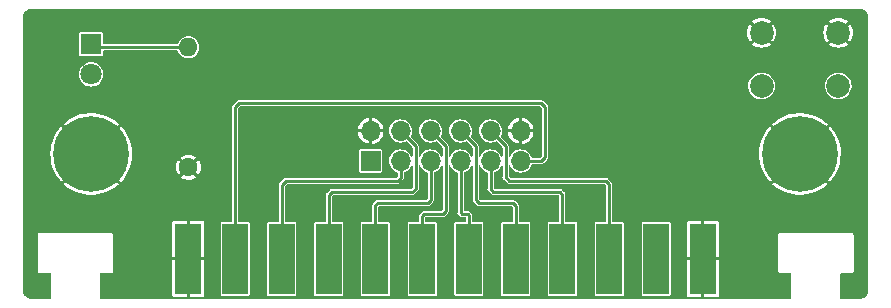
<source format=gbl>
%TF.GenerationSoftware,KiCad,Pcbnew,(6.0.2)*%
%TF.CreationDate,2022-04-04T11:24:22-04:00*%
%TF.ProjectId,xum1541-parallel-adapter,78756d31-3534-4312-9d70-6172616c6c65,1*%
%TF.SameCoordinates,Original*%
%TF.FileFunction,Copper,L2,Bot*%
%TF.FilePolarity,Positive*%
%FSLAX46Y46*%
G04 Gerber Fmt 4.6, Leading zero omitted, Abs format (unit mm)*
G04 Created by KiCad (PCBNEW (6.0.2)) date 2022-04-04 11:24:22*
%MOMM*%
%LPD*%
G01*
G04 APERTURE LIST*
%TA.AperFunction,SMDPad,CuDef*%
%ADD10R,2.200000X6.000000*%
%TD*%
%TA.AperFunction,ComponentPad*%
%ADD11C,6.400000*%
%TD*%
%TA.AperFunction,ComponentPad*%
%ADD12R,1.700000X1.700000*%
%TD*%
%TA.AperFunction,ComponentPad*%
%ADD13O,1.700000X1.700000*%
%TD*%
%TA.AperFunction,ComponentPad*%
%ADD14C,1.600000*%
%TD*%
%TA.AperFunction,ComponentPad*%
%ADD15O,1.600000X1.600000*%
%TD*%
%TA.AperFunction,ComponentPad*%
%ADD16C,2.000000*%
%TD*%
%TA.AperFunction,ComponentPad*%
%ADD17R,1.800000X1.800000*%
%TD*%
%TA.AperFunction,ComponentPad*%
%ADD18C,1.800000*%
%TD*%
%TA.AperFunction,Conductor*%
%ADD19C,0.254000*%
%TD*%
G04 APERTURE END LIST*
D10*
X106681000Y-99018000D03*
X110641000Y-99018000D03*
X114601000Y-99018000D03*
X118561000Y-99018000D03*
X122521000Y-99018000D03*
X126481000Y-99018000D03*
X130441000Y-99018000D03*
X134401000Y-99018000D03*
X138361000Y-99018000D03*
X142321000Y-99018000D03*
X146281000Y-99018000D03*
X150241000Y-99018000D03*
D11*
X158461000Y-90118000D03*
D12*
X122111000Y-90718000D03*
D13*
X122111000Y-88178000D03*
X124651000Y-90718000D03*
X124651000Y-88178000D03*
X127191000Y-90718000D03*
X127191000Y-88178000D03*
X129731000Y-90718000D03*
X129731000Y-88178000D03*
X132271000Y-90718000D03*
X132271000Y-88178000D03*
X134811000Y-90718000D03*
X134811000Y-88178000D03*
D14*
X106681000Y-91253000D03*
D15*
X106681000Y-81093000D03*
D16*
X161711000Y-79868000D03*
X155211000Y-79868000D03*
X161711000Y-84368000D03*
X155211000Y-84368000D03*
D17*
X98461000Y-80843000D03*
D18*
X98461000Y-83383000D03*
D11*
X98461000Y-90118000D03*
D19*
X98461000Y-81093000D02*
X106681000Y-81093000D01*
X124651000Y-90718000D02*
X124651000Y-92128000D01*
X124651000Y-92128000D02*
X124397201Y-92381799D01*
X114601000Y-92728000D02*
X114601000Y-99018000D01*
X114947201Y-92381799D02*
X114601000Y-92728000D01*
X124397201Y-92381799D02*
X114947201Y-92381799D01*
X125920999Y-89447999D02*
X125920999Y-93058001D01*
X125920999Y-93058001D02*
X125656401Y-93322599D01*
X125656401Y-93322599D02*
X118856401Y-93322599D01*
X118856401Y-93322599D02*
X118561000Y-93618000D01*
X118561000Y-93618000D02*
X118561000Y-99018000D01*
X124651000Y-88178000D02*
X125920999Y-89447999D01*
X122521000Y-99018000D02*
X122521000Y-94458000D01*
X127191000Y-94038000D02*
X127191000Y-90718000D01*
X122521000Y-94458000D02*
X122715601Y-94263399D01*
X122715601Y-94263399D02*
X126965601Y-94263399D01*
X126965601Y-94263399D02*
X127191000Y-94038000D01*
X127191000Y-88178000D02*
X128460999Y-89447999D01*
X128460999Y-94968001D02*
X128224801Y-95204199D01*
X128224801Y-95204199D02*
X126674801Y-95204199D01*
X128460999Y-89447999D02*
X128460999Y-94968001D01*
X126481000Y-95398000D02*
X126481000Y-99018000D01*
X126674801Y-95204199D02*
X126481000Y-95398000D01*
X129731000Y-95099199D02*
X129836000Y-95204199D01*
X130441000Y-95309199D02*
X130336000Y-95204199D01*
X130441000Y-99018000D02*
X130441000Y-95309199D01*
X129731000Y-90718000D02*
X129731000Y-95099199D01*
X130336000Y-95204199D02*
X129836000Y-95204199D01*
X134401000Y-94508000D02*
X134156399Y-94263399D01*
X131000999Y-94007999D02*
X131000999Y-89447999D01*
X134156399Y-94263399D02*
X131256399Y-94263399D01*
X131000999Y-89447999D02*
X129731000Y-88178000D01*
X131256399Y-94263399D02*
X131000999Y-94007999D01*
X134401000Y-99018000D02*
X134401000Y-94508000D01*
X132515599Y-93322599D02*
X138115599Y-93322599D01*
X138115599Y-93322599D02*
X138361000Y-93568000D01*
X132271000Y-90718000D02*
X132271000Y-93078000D01*
X138361000Y-93568000D02*
X138361000Y-99018000D01*
X132271000Y-93078000D02*
X132515599Y-93322599D01*
X142321000Y-99018000D02*
X142321000Y-92678000D01*
X142321000Y-92678000D02*
X142024799Y-92381799D01*
X142024799Y-92381799D02*
X133824799Y-92381799D01*
X133824799Y-92381799D02*
X133540999Y-92097999D01*
X133540999Y-92097999D02*
X133540999Y-89447999D01*
X133540999Y-89447999D02*
X132271000Y-88178000D01*
X110641000Y-99018000D02*
X110641000Y-86188000D01*
X136861000Y-86118000D02*
X136861000Y-90418000D01*
X111011000Y-85818000D02*
X136561000Y-85818000D01*
X136861000Y-90418000D02*
X136561000Y-90718000D01*
X136561000Y-90718000D02*
X134811000Y-90718000D01*
X136561000Y-85818000D02*
X136861000Y-86118000D01*
X110641000Y-86188000D02*
X111011000Y-85818000D01*
%TA.AperFunction,Conductor*%
G36*
X163445190Y-77819590D02*
G01*
X163452973Y-77821379D01*
X163460642Y-77823143D01*
X163467507Y-77821589D01*
X163469503Y-77821593D01*
X163486647Y-77820526D01*
X163497196Y-77821565D01*
X163610948Y-77832769D01*
X163622957Y-77835157D01*
X163738235Y-77870126D01*
X163761259Y-77877110D01*
X163772578Y-77881799D01*
X163900028Y-77949923D01*
X163910215Y-77956730D01*
X164021927Y-78048409D01*
X164030591Y-78057073D01*
X164122270Y-78168785D01*
X164129077Y-78178972D01*
X164197201Y-78306422D01*
X164201890Y-78317741D01*
X164235852Y-78429698D01*
X164243842Y-78456039D01*
X164246232Y-78468056D01*
X164258431Y-78591920D01*
X164257441Y-78607399D01*
X164257435Y-78610780D01*
X164255857Y-78617642D01*
X164257410Y-78624505D01*
X164257410Y-78624507D01*
X164259459Y-78633561D01*
X164261000Y-78647354D01*
X164261000Y-101588184D01*
X164259410Y-101602190D01*
X164255857Y-101617642D01*
X164257411Y-101624507D01*
X164257407Y-101626503D01*
X164258474Y-101643647D01*
X164246232Y-101767944D01*
X164243843Y-101779957D01*
X164208874Y-101895235D01*
X164201890Y-101918259D01*
X164197201Y-101929578D01*
X164129077Y-102057028D01*
X164122270Y-102067215D01*
X164030591Y-102178927D01*
X164021927Y-102187591D01*
X163910215Y-102279270D01*
X163900028Y-102286077D01*
X163772578Y-102354201D01*
X163761258Y-102358890D01*
X163622957Y-102400843D01*
X163610948Y-102403231D01*
X163530093Y-102411195D01*
X163487080Y-102415431D01*
X163471601Y-102414441D01*
X163468220Y-102414435D01*
X163461358Y-102412857D01*
X163454495Y-102414410D01*
X163454493Y-102414410D01*
X163445439Y-102416459D01*
X163431646Y-102418000D01*
X161948500Y-102418000D01*
X161904306Y-102399694D01*
X161886000Y-102355500D01*
X161886000Y-100280500D01*
X161904306Y-100236306D01*
X161948500Y-100218000D01*
X162800123Y-100218000D01*
X162844411Y-100218039D01*
X162844412Y-100218039D01*
X162851449Y-100218045D01*
X162857794Y-100214998D01*
X162857795Y-100214998D01*
X162866034Y-100211042D01*
X162879188Y-100206448D01*
X162879776Y-100206314D01*
X162894962Y-100202850D01*
X162907435Y-100192911D01*
X162919329Y-100185450D01*
X162933705Y-100178547D01*
X162938102Y-100173049D01*
X162943813Y-100165908D01*
X162953673Y-100156065D01*
X162953989Y-100155813D01*
X162966323Y-100145985D01*
X162969380Y-100139648D01*
X162969382Y-100139645D01*
X162973251Y-100131622D01*
X162980735Y-100119738D01*
X162980978Y-100119435D01*
X162990694Y-100107285D01*
X162992271Y-100100428D01*
X162992273Y-100100423D01*
X162994322Y-100091511D01*
X162998938Y-100078366D01*
X162999098Y-100078034D01*
X163005965Y-100063798D01*
X163005985Y-100040799D01*
X163005986Y-100040783D01*
X163006000Y-100040723D01*
X163006000Y-100023877D01*
X163006045Y-99972551D01*
X163006007Y-99972472D01*
X163006000Y-99972407D01*
X163006000Y-97023877D01*
X163006039Y-96979589D01*
X163006039Y-96979588D01*
X163006045Y-96972551D01*
X163002834Y-96965864D01*
X162999042Y-96957966D01*
X162994448Y-96944812D01*
X162992415Y-96935901D01*
X162990850Y-96929038D01*
X162980911Y-96916565D01*
X162973450Y-96904671D01*
X162966547Y-96890295D01*
X162961049Y-96885898D01*
X162953908Y-96880187D01*
X162944065Y-96870327D01*
X162943878Y-96870092D01*
X162933985Y-96857677D01*
X162927648Y-96854620D01*
X162927645Y-96854618D01*
X162919622Y-96850749D01*
X162907738Y-96843265D01*
X162900782Y-96837702D01*
X162895285Y-96833306D01*
X162888428Y-96831729D01*
X162888423Y-96831727D01*
X162879511Y-96829678D01*
X162866366Y-96825062D01*
X162866150Y-96824958D01*
X162851798Y-96818035D01*
X162830114Y-96818016D01*
X162828799Y-96818015D01*
X162828783Y-96818014D01*
X162828723Y-96818000D01*
X162811877Y-96818000D01*
X162760808Y-96817955D01*
X162760551Y-96817955D01*
X162760472Y-96817993D01*
X162760407Y-96818000D01*
X156811877Y-96818000D01*
X156767589Y-96817961D01*
X156767588Y-96817961D01*
X156760551Y-96817955D01*
X156754206Y-96821002D01*
X156754205Y-96821002D01*
X156745966Y-96824958D01*
X156732812Y-96829552D01*
X156717038Y-96833150D01*
X156711532Y-96837537D01*
X156711533Y-96837537D01*
X156704565Y-96843089D01*
X156692672Y-96850549D01*
X156678295Y-96857453D01*
X156673899Y-96862950D01*
X156673898Y-96862951D01*
X156668187Y-96870092D01*
X156658327Y-96879935D01*
X156645677Y-96890015D01*
X156642620Y-96896352D01*
X156642618Y-96896355D01*
X156638749Y-96904378D01*
X156631266Y-96916261D01*
X156621306Y-96928715D01*
X156619729Y-96935572D01*
X156619727Y-96935577D01*
X156617678Y-96944489D01*
X156613062Y-96957634D01*
X156606035Y-96972202D01*
X156606029Y-96979239D01*
X156606015Y-96995201D01*
X156606014Y-96995217D01*
X156606000Y-96995277D01*
X156606000Y-97012123D01*
X156605955Y-97063449D01*
X156605993Y-97063528D01*
X156606000Y-97063593D01*
X156606000Y-100012123D01*
X156605955Y-100063449D01*
X156609002Y-100069794D01*
X156609002Y-100069795D01*
X156612958Y-100078034D01*
X156617552Y-100091188D01*
X156621150Y-100106962D01*
X156625537Y-100112467D01*
X156631089Y-100119435D01*
X156638549Y-100131328D01*
X156645453Y-100145705D01*
X156650950Y-100150101D01*
X156650951Y-100150102D01*
X156658092Y-100155813D01*
X156667935Y-100165673D01*
X156678015Y-100178323D01*
X156684352Y-100181380D01*
X156684355Y-100181382D01*
X156692378Y-100185251D01*
X156704261Y-100192734D01*
X156716715Y-100202694D01*
X156723572Y-100204271D01*
X156723577Y-100204273D01*
X156732489Y-100206322D01*
X156745634Y-100210938D01*
X156760202Y-100217965D01*
X156781886Y-100217984D01*
X156783201Y-100217985D01*
X156783217Y-100217986D01*
X156783277Y-100218000D01*
X156800123Y-100218000D01*
X156851192Y-100218045D01*
X156851449Y-100218045D01*
X156851528Y-100218007D01*
X156851593Y-100218000D01*
X157663500Y-100218000D01*
X157707694Y-100236306D01*
X157726000Y-100280500D01*
X157726000Y-102355500D01*
X157707694Y-102399694D01*
X157663500Y-102418000D01*
X99258500Y-102418000D01*
X99214306Y-102399694D01*
X99196000Y-102355500D01*
X99196000Y-102039945D01*
X105327001Y-102039945D01*
X105327600Y-102046030D01*
X105340536Y-102111068D01*
X105345157Y-102122224D01*
X105394457Y-102196007D01*
X105402993Y-102204543D01*
X105476775Y-102253843D01*
X105487933Y-102258464D01*
X105552970Y-102271401D01*
X105559054Y-102272000D01*
X106541569Y-102272000D01*
X106550359Y-102268359D01*
X106554000Y-102259569D01*
X106554000Y-102259568D01*
X106808000Y-102259568D01*
X106811641Y-102268358D01*
X106820431Y-102271999D01*
X107802945Y-102271999D01*
X107809030Y-102271400D01*
X107874068Y-102258464D01*
X107885224Y-102253843D01*
X107959007Y-102204543D01*
X107967543Y-102196007D01*
X108016843Y-102122225D01*
X108021464Y-102111067D01*
X108034401Y-102046030D01*
X108035000Y-102039946D01*
X108035000Y-102030558D01*
X109413500Y-102030558D01*
X109414099Y-102033569D01*
X109418766Y-102057028D01*
X109420898Y-102067748D01*
X109449078Y-102109922D01*
X109491252Y-102138102D01*
X109497285Y-102139302D01*
X109497287Y-102139303D01*
X109523384Y-102144494D01*
X109528442Y-102145500D01*
X111753558Y-102145500D01*
X111758616Y-102144494D01*
X111784713Y-102139303D01*
X111784715Y-102139302D01*
X111790748Y-102138102D01*
X111832922Y-102109922D01*
X111861102Y-102067748D01*
X111863235Y-102057028D01*
X111867901Y-102033569D01*
X111868500Y-102030558D01*
X111868500Y-96005442D01*
X111866633Y-95996055D01*
X111862303Y-95974287D01*
X111862302Y-95974285D01*
X111861102Y-95968252D01*
X111832922Y-95926078D01*
X111790748Y-95897898D01*
X111784715Y-95896698D01*
X111784713Y-95896697D01*
X111756569Y-95891099D01*
X111753558Y-95890500D01*
X110958000Y-95890500D01*
X110913806Y-95872194D01*
X110895500Y-95828000D01*
X110895500Y-91580558D01*
X121133500Y-91580558D01*
X121134099Y-91583569D01*
X121135833Y-91592284D01*
X121140898Y-91617748D01*
X121169078Y-91659922D01*
X121211252Y-91688102D01*
X121217285Y-91689302D01*
X121217287Y-91689303D01*
X121243384Y-91694494D01*
X121248442Y-91695500D01*
X122973558Y-91695500D01*
X122978616Y-91694494D01*
X123004713Y-91689303D01*
X123004715Y-91689302D01*
X123010748Y-91688102D01*
X123052922Y-91659922D01*
X123081102Y-91617748D01*
X123086168Y-91592284D01*
X123087901Y-91583569D01*
X123088500Y-91580558D01*
X123088500Y-89855442D01*
X123081102Y-89818252D01*
X123052922Y-89776078D01*
X123010748Y-89747898D01*
X123004715Y-89746698D01*
X123004713Y-89746697D01*
X122976569Y-89741099D01*
X122973558Y-89740500D01*
X121248442Y-89740500D01*
X121245431Y-89741099D01*
X121217287Y-89746697D01*
X121217285Y-89746698D01*
X121211252Y-89747898D01*
X121169078Y-89776078D01*
X121140898Y-89818252D01*
X121133500Y-89855442D01*
X121133500Y-91580558D01*
X110895500Y-91580558D01*
X110895500Y-88318471D01*
X121013759Y-88318471D01*
X121015732Y-88348581D01*
X121016626Y-88354224D01*
X121065159Y-88545323D01*
X121067066Y-88550707D01*
X121149612Y-88729761D01*
X121152468Y-88734708D01*
X121266257Y-88895717D01*
X121269970Y-88900065D01*
X121411203Y-89037647D01*
X121415636Y-89041236D01*
X121579576Y-89150778D01*
X121584598Y-89153504D01*
X121765744Y-89231331D01*
X121771183Y-89233098D01*
X121963492Y-89276614D01*
X121969141Y-89277357D01*
X121971577Y-89277453D01*
X121979827Y-89274409D01*
X121984000Y-89264869D01*
X121984000Y-89262779D01*
X122238000Y-89262779D01*
X122241641Y-89271569D01*
X122247208Y-89273875D01*
X122366992Y-89256507D01*
X122372541Y-89255175D01*
X122559247Y-89191796D01*
X122564460Y-89189475D01*
X122736492Y-89093133D01*
X122741194Y-89089902D01*
X122892793Y-88963819D01*
X122896819Y-88959793D01*
X123022902Y-88808194D01*
X123026133Y-88803492D01*
X123122475Y-88631460D01*
X123124796Y-88626247D01*
X123188175Y-88439541D01*
X123189507Y-88433992D01*
X123206426Y-88317304D01*
X123204084Y-88308082D01*
X123198904Y-88305000D01*
X122250431Y-88305000D01*
X122241641Y-88308641D01*
X122238000Y-88317431D01*
X122238000Y-89262779D01*
X121984000Y-89262779D01*
X121984000Y-88317431D01*
X121980359Y-88308641D01*
X121971569Y-88305000D01*
X121025307Y-88305000D01*
X121017632Y-88308179D01*
X121013759Y-88318471D01*
X110895500Y-88318471D01*
X110895500Y-88038655D01*
X121015707Y-88038655D01*
X121018290Y-88047811D01*
X121023984Y-88051000D01*
X121971569Y-88051000D01*
X121980359Y-88047359D01*
X121984000Y-88038569D01*
X122238000Y-88038569D01*
X122241641Y-88047359D01*
X122250431Y-88051000D01*
X123195629Y-88051000D01*
X123204419Y-88047359D01*
X123207125Y-88040826D01*
X123201426Y-87978805D01*
X123200385Y-87973187D01*
X123146867Y-87783424D01*
X123144824Y-87778102D01*
X123057616Y-87601261D01*
X123054630Y-87596389D01*
X122936664Y-87438414D01*
X122932841Y-87434169D01*
X122788060Y-87300334D01*
X122783525Y-87296854D01*
X122616774Y-87191642D01*
X122611696Y-87189054D01*
X122428553Y-87115988D01*
X122423087Y-87114369D01*
X122250193Y-87079978D01*
X122240861Y-87081834D01*
X122238000Y-87086117D01*
X122238000Y-88038569D01*
X121984000Y-88038569D01*
X121984000Y-87091994D01*
X121980359Y-87083204D01*
X121975214Y-87081073D01*
X121826870Y-87106563D01*
X121821347Y-87108042D01*
X121636367Y-87176285D01*
X121631218Y-87178741D01*
X121461770Y-87279552D01*
X121457148Y-87282911D01*
X121308910Y-87412912D01*
X121304983Y-87417050D01*
X121182913Y-87571895D01*
X121179809Y-87576674D01*
X121087998Y-87751177D01*
X121085819Y-87756437D01*
X121027346Y-87944752D01*
X121026162Y-87950322D01*
X121015707Y-88038655D01*
X110895500Y-88038655D01*
X110895500Y-86319306D01*
X110913806Y-86275112D01*
X111098112Y-86090806D01*
X111142306Y-86072500D01*
X136429694Y-86072500D01*
X136473888Y-86090806D01*
X136588194Y-86205112D01*
X136606500Y-86249306D01*
X136606500Y-90286694D01*
X136588194Y-90330888D01*
X136473888Y-90445194D01*
X136429694Y-90463500D01*
X135801703Y-90463500D01*
X135757509Y-90445194D01*
X135741871Y-90419065D01*
X135741550Y-90418000D01*
X135719117Y-90343701D01*
X135651448Y-90216434D01*
X135630555Y-90177140D01*
X135630553Y-90177137D01*
X135629120Y-90174442D01*
X135507962Y-90025887D01*
X135360256Y-89903694D01*
X135191629Y-89812518D01*
X135141189Y-89796904D01*
X135011420Y-89756734D01*
X135011417Y-89756733D01*
X135008505Y-89755832D01*
X135005472Y-89755513D01*
X135005471Y-89755513D01*
X134933018Y-89747898D01*
X134817857Y-89735794D01*
X134814824Y-89736070D01*
X134814820Y-89736070D01*
X134741357Y-89742756D01*
X134626948Y-89753168D01*
X134443050Y-89807292D01*
X134273167Y-89896105D01*
X134123770Y-90016223D01*
X134000549Y-90163072D01*
X133971213Y-90216434D01*
X133912768Y-90322745D01*
X133875436Y-90352653D01*
X133827889Y-90347404D01*
X133797981Y-90310072D01*
X133795499Y-90292635D01*
X133795499Y-89479221D01*
X133796700Y-89467028D01*
X133799284Y-89454037D01*
X133800485Y-89447999D01*
X133780733Y-89348698D01*
X133738683Y-89285766D01*
X133738682Y-89285765D01*
X133724483Y-89264515D01*
X133719365Y-89261095D01*
X133708349Y-89253734D01*
X133698879Y-89245962D01*
X133152026Y-88699109D01*
X133133720Y-88654915D01*
X133141876Y-88624044D01*
X133168312Y-88577509D01*
X133228821Y-88395612D01*
X133233542Y-88358247D01*
X133238567Y-88318471D01*
X133713759Y-88318471D01*
X133715732Y-88348581D01*
X133716626Y-88354224D01*
X133765159Y-88545323D01*
X133767066Y-88550707D01*
X133849612Y-88729761D01*
X133852468Y-88734708D01*
X133966257Y-88895717D01*
X133969970Y-88900065D01*
X134111203Y-89037647D01*
X134115636Y-89041236D01*
X134279576Y-89150778D01*
X134284598Y-89153504D01*
X134465744Y-89231331D01*
X134471183Y-89233098D01*
X134663492Y-89276614D01*
X134669141Y-89277357D01*
X134671577Y-89277453D01*
X134679827Y-89274409D01*
X134684000Y-89264869D01*
X134684000Y-89262779D01*
X134938000Y-89262779D01*
X134941641Y-89271569D01*
X134947208Y-89273875D01*
X135066992Y-89256507D01*
X135072541Y-89255175D01*
X135259247Y-89191796D01*
X135264460Y-89189475D01*
X135436492Y-89093133D01*
X135441194Y-89089902D01*
X135592793Y-88963819D01*
X135596819Y-88959793D01*
X135722902Y-88808194D01*
X135726133Y-88803492D01*
X135822475Y-88631460D01*
X135824796Y-88626247D01*
X135888175Y-88439541D01*
X135889507Y-88433992D01*
X135906426Y-88317304D01*
X135904084Y-88308082D01*
X135898904Y-88305000D01*
X134950431Y-88305000D01*
X134941641Y-88308641D01*
X134938000Y-88317431D01*
X134938000Y-89262779D01*
X134684000Y-89262779D01*
X134684000Y-88317431D01*
X134680359Y-88308641D01*
X134671569Y-88305000D01*
X133725307Y-88305000D01*
X133717632Y-88308179D01*
X133713759Y-88318471D01*
X133238567Y-88318471D01*
X133252627Y-88207167D01*
X133252627Y-88207166D01*
X133252847Y-88205425D01*
X133253230Y-88178000D01*
X133251886Y-88164286D01*
X133239568Y-88038655D01*
X133715707Y-88038655D01*
X133718290Y-88047811D01*
X133723984Y-88051000D01*
X134671569Y-88051000D01*
X134680359Y-88047359D01*
X134684000Y-88038569D01*
X134938000Y-88038569D01*
X134941641Y-88047359D01*
X134950431Y-88051000D01*
X135895629Y-88051000D01*
X135904419Y-88047359D01*
X135907125Y-88040826D01*
X135901426Y-87978805D01*
X135900385Y-87973187D01*
X135846867Y-87783424D01*
X135844824Y-87778102D01*
X135757616Y-87601261D01*
X135754630Y-87596389D01*
X135636664Y-87438414D01*
X135632841Y-87434169D01*
X135488060Y-87300334D01*
X135483525Y-87296854D01*
X135316774Y-87191642D01*
X135311696Y-87189054D01*
X135128553Y-87115988D01*
X135123087Y-87114369D01*
X134950193Y-87079978D01*
X134940861Y-87081834D01*
X134938000Y-87086117D01*
X134938000Y-88038569D01*
X134684000Y-88038569D01*
X134684000Y-87091994D01*
X134680359Y-87083204D01*
X134675214Y-87081073D01*
X134526870Y-87106563D01*
X134521347Y-87108042D01*
X134336367Y-87176285D01*
X134331218Y-87178741D01*
X134161770Y-87279552D01*
X134157148Y-87282911D01*
X134008910Y-87412912D01*
X134004983Y-87417050D01*
X133882913Y-87571895D01*
X133879809Y-87576674D01*
X133787998Y-87751177D01*
X133785819Y-87756437D01*
X133727346Y-87944752D01*
X133726162Y-87950322D01*
X133715707Y-88038655D01*
X133239568Y-88038655D01*
X133234822Y-87990257D01*
X133234524Y-87987217D01*
X133179117Y-87803701D01*
X133089120Y-87634442D01*
X132967962Y-87485887D01*
X132820256Y-87363694D01*
X132651629Y-87272518D01*
X132577027Y-87249425D01*
X132471420Y-87216734D01*
X132471417Y-87216733D01*
X132468505Y-87215832D01*
X132465472Y-87215513D01*
X132465471Y-87215513D01*
X132417787Y-87210501D01*
X132277857Y-87195794D01*
X132274824Y-87196070D01*
X132274820Y-87196070D01*
X132192118Y-87203597D01*
X132086948Y-87213168D01*
X131903050Y-87267292D01*
X131733167Y-87356105D01*
X131583770Y-87476223D01*
X131460549Y-87623072D01*
X131404277Y-87725430D01*
X131375321Y-87778102D01*
X131368198Y-87791058D01*
X131310234Y-87973783D01*
X131309894Y-87976815D01*
X131301931Y-88047811D01*
X131288866Y-88164286D01*
X131292321Y-88205425D01*
X131304342Y-88348581D01*
X131304907Y-88355311D01*
X131357746Y-88539583D01*
X131359141Y-88542297D01*
X131424080Y-88668655D01*
X131445370Y-88710082D01*
X131564443Y-88860314D01*
X131710428Y-88984557D01*
X131713092Y-88986046D01*
X131713095Y-88986048D01*
X131821832Y-89046819D01*
X131877765Y-89078079D01*
X131880669Y-89079023D01*
X131880670Y-89079023D01*
X132057168Y-89136371D01*
X132057173Y-89136372D01*
X132060081Y-89137317D01*
X132250430Y-89160015D01*
X132253472Y-89159781D01*
X132253475Y-89159781D01*
X132438514Y-89145543D01*
X132438519Y-89145542D01*
X132441562Y-89145308D01*
X132470182Y-89137317D01*
X132623260Y-89094577D01*
X132623264Y-89094576D01*
X132626199Y-89093756D01*
X132633829Y-89089902D01*
X132719121Y-89046819D01*
X132766821Y-89043233D01*
X132791494Y-89058412D01*
X133268193Y-89535110D01*
X133286499Y-89579304D01*
X133286499Y-90294984D01*
X133268193Y-90339178D01*
X133223999Y-90357484D01*
X133179805Y-90339178D01*
X133168815Y-90324326D01*
X133090555Y-90177140D01*
X133090553Y-90177137D01*
X133089120Y-90174442D01*
X132967962Y-90025887D01*
X132820256Y-89903694D01*
X132651629Y-89812518D01*
X132601189Y-89796904D01*
X132471420Y-89756734D01*
X132471417Y-89756733D01*
X132468505Y-89755832D01*
X132465472Y-89755513D01*
X132465471Y-89755513D01*
X132393018Y-89747898D01*
X132277857Y-89735794D01*
X132274824Y-89736070D01*
X132274820Y-89736070D01*
X132201357Y-89742756D01*
X132086948Y-89753168D01*
X131903050Y-89807292D01*
X131733167Y-89896105D01*
X131583770Y-90016223D01*
X131460549Y-90163072D01*
X131431213Y-90216434D01*
X131372768Y-90322745D01*
X131335436Y-90352653D01*
X131287889Y-90347404D01*
X131257981Y-90310072D01*
X131255499Y-90292635D01*
X131255499Y-89479221D01*
X131256700Y-89467028D01*
X131259284Y-89454037D01*
X131260485Y-89447999D01*
X131240733Y-89348698D01*
X131198683Y-89285766D01*
X131198682Y-89285765D01*
X131184483Y-89264515D01*
X131179365Y-89261095D01*
X131168349Y-89253734D01*
X131158879Y-89245962D01*
X130612026Y-88699109D01*
X130593720Y-88654915D01*
X130601876Y-88624044D01*
X130628312Y-88577509D01*
X130688821Y-88395612D01*
X130693542Y-88358247D01*
X130712627Y-88207167D01*
X130712627Y-88207166D01*
X130712847Y-88205425D01*
X130713230Y-88178000D01*
X130711886Y-88164286D01*
X130694822Y-87990257D01*
X130694524Y-87987217D01*
X130639117Y-87803701D01*
X130549120Y-87634442D01*
X130427962Y-87485887D01*
X130280256Y-87363694D01*
X130111629Y-87272518D01*
X130037027Y-87249425D01*
X129931420Y-87216734D01*
X129931417Y-87216733D01*
X129928505Y-87215832D01*
X129925472Y-87215513D01*
X129925471Y-87215513D01*
X129877787Y-87210501D01*
X129737857Y-87195794D01*
X129734824Y-87196070D01*
X129734820Y-87196070D01*
X129652118Y-87203597D01*
X129546948Y-87213168D01*
X129363050Y-87267292D01*
X129193167Y-87356105D01*
X129043770Y-87476223D01*
X128920549Y-87623072D01*
X128864277Y-87725430D01*
X128835321Y-87778102D01*
X128828198Y-87791058D01*
X128770234Y-87973783D01*
X128769894Y-87976815D01*
X128761931Y-88047811D01*
X128748866Y-88164286D01*
X128752321Y-88205425D01*
X128764342Y-88348581D01*
X128764907Y-88355311D01*
X128817746Y-88539583D01*
X128819141Y-88542297D01*
X128884080Y-88668655D01*
X128905370Y-88710082D01*
X129024443Y-88860314D01*
X129170428Y-88984557D01*
X129173092Y-88986046D01*
X129173095Y-88986048D01*
X129281832Y-89046819D01*
X129337765Y-89078079D01*
X129340669Y-89079023D01*
X129340670Y-89079023D01*
X129517168Y-89136371D01*
X129517173Y-89136372D01*
X129520081Y-89137317D01*
X129710430Y-89160015D01*
X129713472Y-89159781D01*
X129713475Y-89159781D01*
X129898514Y-89145543D01*
X129898519Y-89145542D01*
X129901562Y-89145308D01*
X129930182Y-89137317D01*
X130083260Y-89094577D01*
X130083264Y-89094576D01*
X130086199Y-89093756D01*
X130093829Y-89089902D01*
X130179121Y-89046819D01*
X130226821Y-89043233D01*
X130251494Y-89058412D01*
X130728193Y-89535110D01*
X130746499Y-89579304D01*
X130746499Y-90294984D01*
X130728193Y-90339178D01*
X130683999Y-90357484D01*
X130639805Y-90339178D01*
X130628815Y-90324326D01*
X130550555Y-90177140D01*
X130550553Y-90177137D01*
X130549120Y-90174442D01*
X130427962Y-90025887D01*
X130280256Y-89903694D01*
X130111629Y-89812518D01*
X130061189Y-89796904D01*
X129931420Y-89756734D01*
X129931417Y-89756733D01*
X129928505Y-89755832D01*
X129925472Y-89755513D01*
X129925471Y-89755513D01*
X129853018Y-89747898D01*
X129737857Y-89735794D01*
X129734824Y-89736070D01*
X129734820Y-89736070D01*
X129661357Y-89742756D01*
X129546948Y-89753168D01*
X129363050Y-89807292D01*
X129193167Y-89896105D01*
X129043770Y-90016223D01*
X128920549Y-90163072D01*
X128891213Y-90216434D01*
X128832768Y-90322745D01*
X128795436Y-90352653D01*
X128747889Y-90347404D01*
X128717981Y-90310072D01*
X128715499Y-90292635D01*
X128715499Y-89479221D01*
X128716700Y-89467028D01*
X128719284Y-89454037D01*
X128720485Y-89447999D01*
X128700733Y-89348698D01*
X128658683Y-89285766D01*
X128658682Y-89285765D01*
X128644483Y-89264515D01*
X128639365Y-89261095D01*
X128628349Y-89253734D01*
X128618879Y-89245962D01*
X128072026Y-88699109D01*
X128053720Y-88654915D01*
X128061876Y-88624044D01*
X128088312Y-88577509D01*
X128148821Y-88395612D01*
X128153542Y-88358247D01*
X128172627Y-88207167D01*
X128172627Y-88207166D01*
X128172847Y-88205425D01*
X128173230Y-88178000D01*
X128171886Y-88164286D01*
X128154822Y-87990257D01*
X128154524Y-87987217D01*
X128099117Y-87803701D01*
X128009120Y-87634442D01*
X127887962Y-87485887D01*
X127740256Y-87363694D01*
X127571629Y-87272518D01*
X127497027Y-87249425D01*
X127391420Y-87216734D01*
X127391417Y-87216733D01*
X127388505Y-87215832D01*
X127385472Y-87215513D01*
X127385471Y-87215513D01*
X127337787Y-87210501D01*
X127197857Y-87195794D01*
X127194824Y-87196070D01*
X127194820Y-87196070D01*
X127112118Y-87203597D01*
X127006948Y-87213168D01*
X126823050Y-87267292D01*
X126653167Y-87356105D01*
X126503770Y-87476223D01*
X126380549Y-87623072D01*
X126324277Y-87725430D01*
X126295321Y-87778102D01*
X126288198Y-87791058D01*
X126230234Y-87973783D01*
X126229894Y-87976815D01*
X126221931Y-88047811D01*
X126208866Y-88164286D01*
X126212321Y-88205425D01*
X126224342Y-88348581D01*
X126224907Y-88355311D01*
X126277746Y-88539583D01*
X126279141Y-88542297D01*
X126344080Y-88668655D01*
X126365370Y-88710082D01*
X126484443Y-88860314D01*
X126630428Y-88984557D01*
X126633092Y-88986046D01*
X126633095Y-88986048D01*
X126741832Y-89046819D01*
X126797765Y-89078079D01*
X126800669Y-89079023D01*
X126800670Y-89079023D01*
X126977168Y-89136371D01*
X126977173Y-89136372D01*
X126980081Y-89137317D01*
X127170430Y-89160015D01*
X127173472Y-89159781D01*
X127173475Y-89159781D01*
X127358514Y-89145543D01*
X127358519Y-89145542D01*
X127361562Y-89145308D01*
X127390182Y-89137317D01*
X127543260Y-89094577D01*
X127543264Y-89094576D01*
X127546199Y-89093756D01*
X127553829Y-89089902D01*
X127639121Y-89046819D01*
X127686821Y-89043233D01*
X127711494Y-89058412D01*
X128188193Y-89535110D01*
X128206499Y-89579304D01*
X128206499Y-90294984D01*
X128188193Y-90339178D01*
X128143999Y-90357484D01*
X128099805Y-90339178D01*
X128088815Y-90324326D01*
X128010555Y-90177140D01*
X128010553Y-90177137D01*
X128009120Y-90174442D01*
X127887962Y-90025887D01*
X127740256Y-89903694D01*
X127571629Y-89812518D01*
X127521189Y-89796904D01*
X127391420Y-89756734D01*
X127391417Y-89756733D01*
X127388505Y-89755832D01*
X127385472Y-89755513D01*
X127385471Y-89755513D01*
X127313018Y-89747898D01*
X127197857Y-89735794D01*
X127194824Y-89736070D01*
X127194820Y-89736070D01*
X127121357Y-89742756D01*
X127006948Y-89753168D01*
X126823050Y-89807292D01*
X126653167Y-89896105D01*
X126503770Y-90016223D01*
X126380549Y-90163072D01*
X126351213Y-90216434D01*
X126292768Y-90322745D01*
X126255436Y-90352653D01*
X126207889Y-90347404D01*
X126177981Y-90310072D01*
X126175499Y-90292635D01*
X126175499Y-89479221D01*
X126176700Y-89467028D01*
X126179284Y-89454037D01*
X126180485Y-89447999D01*
X126160733Y-89348698D01*
X126118683Y-89285766D01*
X126118682Y-89285765D01*
X126104483Y-89264515D01*
X126099365Y-89261095D01*
X126088349Y-89253734D01*
X126078879Y-89245962D01*
X125532026Y-88699109D01*
X125513720Y-88654915D01*
X125521876Y-88624044D01*
X125548312Y-88577509D01*
X125608821Y-88395612D01*
X125613542Y-88358247D01*
X125632627Y-88207167D01*
X125632627Y-88207166D01*
X125632847Y-88205425D01*
X125633230Y-88178000D01*
X125631886Y-88164286D01*
X125614822Y-87990257D01*
X125614524Y-87987217D01*
X125559117Y-87803701D01*
X125469120Y-87634442D01*
X125347962Y-87485887D01*
X125200256Y-87363694D01*
X125031629Y-87272518D01*
X124957027Y-87249425D01*
X124851420Y-87216734D01*
X124851417Y-87216733D01*
X124848505Y-87215832D01*
X124845472Y-87215513D01*
X124845471Y-87215513D01*
X124797787Y-87210501D01*
X124657857Y-87195794D01*
X124654824Y-87196070D01*
X124654820Y-87196070D01*
X124572118Y-87203597D01*
X124466948Y-87213168D01*
X124283050Y-87267292D01*
X124113167Y-87356105D01*
X123963770Y-87476223D01*
X123840549Y-87623072D01*
X123784277Y-87725430D01*
X123755321Y-87778102D01*
X123748198Y-87791058D01*
X123690234Y-87973783D01*
X123689894Y-87976815D01*
X123681931Y-88047811D01*
X123668866Y-88164286D01*
X123672321Y-88205425D01*
X123684342Y-88348581D01*
X123684907Y-88355311D01*
X123737746Y-88539583D01*
X123739141Y-88542297D01*
X123804080Y-88668655D01*
X123825370Y-88710082D01*
X123944443Y-88860314D01*
X124090428Y-88984557D01*
X124093092Y-88986046D01*
X124093095Y-88986048D01*
X124201832Y-89046819D01*
X124257765Y-89078079D01*
X124260669Y-89079023D01*
X124260670Y-89079023D01*
X124437168Y-89136371D01*
X124437173Y-89136372D01*
X124440081Y-89137317D01*
X124630430Y-89160015D01*
X124633472Y-89159781D01*
X124633475Y-89159781D01*
X124818514Y-89145543D01*
X124818519Y-89145542D01*
X124821562Y-89145308D01*
X124850182Y-89137317D01*
X125003260Y-89094577D01*
X125003264Y-89094576D01*
X125006199Y-89093756D01*
X125013829Y-89089902D01*
X125099121Y-89046819D01*
X125146821Y-89043233D01*
X125171494Y-89058412D01*
X125648193Y-89535110D01*
X125666499Y-89579304D01*
X125666499Y-90294984D01*
X125648193Y-90339178D01*
X125603999Y-90357484D01*
X125559805Y-90339178D01*
X125548815Y-90324326D01*
X125470555Y-90177140D01*
X125470553Y-90177137D01*
X125469120Y-90174442D01*
X125347962Y-90025887D01*
X125200256Y-89903694D01*
X125031629Y-89812518D01*
X124981189Y-89796904D01*
X124851420Y-89756734D01*
X124851417Y-89756733D01*
X124848505Y-89755832D01*
X124845472Y-89755513D01*
X124845471Y-89755513D01*
X124773018Y-89747898D01*
X124657857Y-89735794D01*
X124654824Y-89736070D01*
X124654820Y-89736070D01*
X124581357Y-89742756D01*
X124466948Y-89753168D01*
X124283050Y-89807292D01*
X124113167Y-89896105D01*
X123963770Y-90016223D01*
X123840549Y-90163072D01*
X123811213Y-90216434D01*
X123761757Y-90306395D01*
X123748198Y-90331058D01*
X123690234Y-90513783D01*
X123689894Y-90516815D01*
X123673325Y-90664536D01*
X123668866Y-90704286D01*
X123669122Y-90707330D01*
X123684124Y-90885985D01*
X123684907Y-90895311D01*
X123737746Y-91079583D01*
X123825370Y-91250082D01*
X123944443Y-91400314D01*
X124090428Y-91524557D01*
X124093092Y-91526046D01*
X124093095Y-91526048D01*
X124246374Y-91611713D01*
X124257765Y-91618079D01*
X124260669Y-91619023D01*
X124260670Y-91619023D01*
X124353314Y-91649125D01*
X124389688Y-91680192D01*
X124396500Y-91708566D01*
X124396500Y-91996694D01*
X124378194Y-92040888D01*
X124310089Y-92108993D01*
X124265895Y-92127299D01*
X114978418Y-92127299D01*
X114966226Y-92126098D01*
X114953239Y-92123515D01*
X114947201Y-92122314D01*
X114941163Y-92123515D01*
X114922143Y-92127298D01*
X114922135Y-92127299D01*
X114922132Y-92127299D01*
X114922127Y-92127300D01*
X114878919Y-92135895D01*
X114847900Y-92142065D01*
X114784967Y-92184115D01*
X114784965Y-92184117D01*
X114784962Y-92184119D01*
X114774274Y-92191261D01*
X114763717Y-92198315D01*
X114760298Y-92203432D01*
X114760297Y-92203433D01*
X114752938Y-92214446D01*
X114745166Y-92223916D01*
X114443117Y-92525965D01*
X114433647Y-92533737D01*
X114424755Y-92539679D01*
X114417516Y-92544516D01*
X114414097Y-92549633D01*
X114414095Y-92549635D01*
X114403321Y-92565759D01*
X114403317Y-92565765D01*
X114403316Y-92565766D01*
X114394675Y-92578699D01*
X114361266Y-92628699D01*
X114360065Y-92634735D01*
X114360065Y-92634736D01*
X114351460Y-92677999D01*
X114347676Y-92697025D01*
X114341514Y-92728000D01*
X114342715Y-92734038D01*
X114345299Y-92747029D01*
X114346500Y-92759222D01*
X114346500Y-95828000D01*
X114328194Y-95872194D01*
X114284000Y-95890500D01*
X113488442Y-95890500D01*
X113485431Y-95891099D01*
X113457287Y-95896697D01*
X113457285Y-95896698D01*
X113451252Y-95897898D01*
X113409078Y-95926078D01*
X113380898Y-95968252D01*
X113379698Y-95974285D01*
X113379697Y-95974287D01*
X113375367Y-95996055D01*
X113373500Y-96005442D01*
X113373500Y-102030558D01*
X113374099Y-102033569D01*
X113378766Y-102057028D01*
X113380898Y-102067748D01*
X113409078Y-102109922D01*
X113451252Y-102138102D01*
X113457285Y-102139302D01*
X113457287Y-102139303D01*
X113483384Y-102144494D01*
X113488442Y-102145500D01*
X115713558Y-102145500D01*
X115718616Y-102144494D01*
X115744713Y-102139303D01*
X115744715Y-102139302D01*
X115750748Y-102138102D01*
X115792922Y-102109922D01*
X115821102Y-102067748D01*
X115823235Y-102057028D01*
X115827901Y-102033569D01*
X115828500Y-102030558D01*
X115828500Y-96005442D01*
X115826633Y-95996055D01*
X115822303Y-95974287D01*
X115822302Y-95974285D01*
X115821102Y-95968252D01*
X115792922Y-95926078D01*
X115750748Y-95897898D01*
X115744715Y-95896698D01*
X115744713Y-95896697D01*
X115716569Y-95891099D01*
X115713558Y-95890500D01*
X114918000Y-95890500D01*
X114873806Y-95872194D01*
X114855500Y-95828000D01*
X114855500Y-92859306D01*
X114873806Y-92815112D01*
X115034313Y-92654605D01*
X115078507Y-92636299D01*
X124365979Y-92636299D01*
X124378172Y-92637500D01*
X124397201Y-92641285D01*
X124496502Y-92621533D01*
X124559435Y-92579483D01*
X124559437Y-92579481D01*
X124559440Y-92579479D01*
X124575568Y-92568702D01*
X124580685Y-92565283D01*
X124591466Y-92549149D01*
X124599236Y-92539682D01*
X124808883Y-92330035D01*
X124818353Y-92322263D01*
X124829366Y-92314904D01*
X124829367Y-92314903D01*
X124834484Y-92311484D01*
X124848681Y-92290237D01*
X124848684Y-92290234D01*
X124890734Y-92227301D01*
X124910486Y-92128000D01*
X124906701Y-92108971D01*
X124905500Y-92096778D01*
X124905500Y-91709312D01*
X124923806Y-91665118D01*
X124951193Y-91649114D01*
X125003258Y-91634578D01*
X125003266Y-91634575D01*
X125006199Y-91633756D01*
X125177305Y-91547324D01*
X125179703Y-91545451D01*
X125179707Y-91545448D01*
X125305559Y-91447121D01*
X125328365Y-91429303D01*
X125355455Y-91397919D01*
X125451630Y-91286500D01*
X125451634Y-91286495D01*
X125453624Y-91284189D01*
X125455132Y-91281535D01*
X125546805Y-91120163D01*
X125546807Y-91120157D01*
X125548312Y-91117509D01*
X125549033Y-91117918D01*
X125581606Y-91087012D01*
X125629425Y-91088269D01*
X125662350Y-91122970D01*
X125666499Y-91145363D01*
X125666499Y-92926695D01*
X125648193Y-92970889D01*
X125569289Y-93049793D01*
X125525095Y-93068099D01*
X118887618Y-93068099D01*
X118875426Y-93066898D01*
X118862439Y-93064315D01*
X118856401Y-93063114D01*
X118850363Y-93064315D01*
X118831343Y-93068098D01*
X118831335Y-93068099D01*
X118831332Y-93068099D01*
X118831327Y-93068100D01*
X118788119Y-93076695D01*
X118757100Y-93082865D01*
X118694167Y-93124915D01*
X118694165Y-93124917D01*
X118694162Y-93124919D01*
X118682282Y-93132857D01*
X118672917Y-93139115D01*
X118669498Y-93144232D01*
X118669497Y-93144233D01*
X118662138Y-93155246D01*
X118654366Y-93164716D01*
X118403117Y-93415965D01*
X118393647Y-93423737D01*
X118382634Y-93431096D01*
X118377516Y-93434516D01*
X118363319Y-93455763D01*
X118363316Y-93455766D01*
X118363292Y-93455802D01*
X118363281Y-93455818D01*
X118333116Y-93500965D01*
X118329696Y-93506083D01*
X118321266Y-93518699D01*
X118320064Y-93524740D01*
X118320064Y-93524741D01*
X118311460Y-93567999D01*
X118306009Y-93595405D01*
X118301514Y-93618000D01*
X118302715Y-93624038D01*
X118305299Y-93637029D01*
X118306500Y-93649222D01*
X118306500Y-95828000D01*
X118288194Y-95872194D01*
X118244000Y-95890500D01*
X117448442Y-95890500D01*
X117445431Y-95891099D01*
X117417287Y-95896697D01*
X117417285Y-95896698D01*
X117411252Y-95897898D01*
X117369078Y-95926078D01*
X117340898Y-95968252D01*
X117339698Y-95974285D01*
X117339697Y-95974287D01*
X117335367Y-95996055D01*
X117333500Y-96005442D01*
X117333500Y-102030558D01*
X117334099Y-102033569D01*
X117338766Y-102057028D01*
X117340898Y-102067748D01*
X117369078Y-102109922D01*
X117411252Y-102138102D01*
X117417285Y-102139302D01*
X117417287Y-102139303D01*
X117443384Y-102144494D01*
X117448442Y-102145500D01*
X119673558Y-102145500D01*
X119678616Y-102144494D01*
X119704713Y-102139303D01*
X119704715Y-102139302D01*
X119710748Y-102138102D01*
X119752922Y-102109922D01*
X119781102Y-102067748D01*
X119783235Y-102057028D01*
X119787901Y-102033569D01*
X119788500Y-102030558D01*
X119788500Y-96005442D01*
X119786633Y-95996055D01*
X119782303Y-95974287D01*
X119782302Y-95974285D01*
X119781102Y-95968252D01*
X119752922Y-95926078D01*
X119710748Y-95897898D01*
X119704715Y-95896698D01*
X119704713Y-95896697D01*
X119676569Y-95891099D01*
X119673558Y-95890500D01*
X118878000Y-95890500D01*
X118833806Y-95872194D01*
X118815500Y-95828000D01*
X118815500Y-93749306D01*
X118833806Y-93705112D01*
X118943513Y-93595405D01*
X118987707Y-93577099D01*
X125625179Y-93577099D01*
X125637372Y-93578300D01*
X125656401Y-93582085D01*
X125755702Y-93562333D01*
X125818635Y-93520283D01*
X125818637Y-93520281D01*
X125818640Y-93520279D01*
X125834768Y-93509502D01*
X125839885Y-93506083D01*
X125850664Y-93489952D01*
X125858436Y-93480482D01*
X126078882Y-93260036D01*
X126088352Y-93252264D01*
X126099365Y-93244905D01*
X126099366Y-93244904D01*
X126104483Y-93241485D01*
X126118680Y-93220238D01*
X126118683Y-93220235D01*
X126160733Y-93157302D01*
X126180485Y-93058001D01*
X126176700Y-93038972D01*
X126175499Y-93026779D01*
X126175499Y-91138976D01*
X126193805Y-91094782D01*
X126237999Y-91076476D01*
X126282193Y-91094782D01*
X126293587Y-91110407D01*
X126365370Y-91250082D01*
X126484443Y-91400314D01*
X126630428Y-91524557D01*
X126633092Y-91526046D01*
X126633095Y-91526048D01*
X126786374Y-91611713D01*
X126797765Y-91618079D01*
X126800669Y-91619023D01*
X126800670Y-91619023D01*
X126893314Y-91649125D01*
X126929688Y-91680192D01*
X126936500Y-91708566D01*
X126936500Y-93906695D01*
X126918195Y-93950888D01*
X126878488Y-93990595D01*
X126834295Y-94008899D01*
X122746818Y-94008899D01*
X122734626Y-94007698D01*
X122721639Y-94005115D01*
X122715601Y-94003914D01*
X122709563Y-94005115D01*
X122690543Y-94008898D01*
X122690535Y-94008899D01*
X122690532Y-94008899D01*
X122690527Y-94008900D01*
X122622336Y-94022464D01*
X122622334Y-94022465D01*
X122616300Y-94023665D01*
X122611186Y-94027082D01*
X122611184Y-94027083D01*
X122585810Y-94044038D01*
X122553369Y-94065715D01*
X122532117Y-94079915D01*
X122528699Y-94085030D01*
X122528697Y-94085032D01*
X122521336Y-94096048D01*
X122513564Y-94105518D01*
X122363117Y-94255965D01*
X122353647Y-94263737D01*
X122342634Y-94271096D01*
X122337516Y-94274516D01*
X122323319Y-94295763D01*
X122323316Y-94295766D01*
X122281266Y-94358699D01*
X122261514Y-94458000D01*
X122262715Y-94464038D01*
X122265299Y-94477029D01*
X122266500Y-94489222D01*
X122266500Y-95828000D01*
X122248194Y-95872194D01*
X122204000Y-95890500D01*
X121408442Y-95890500D01*
X121405431Y-95891099D01*
X121377287Y-95896697D01*
X121377285Y-95896698D01*
X121371252Y-95897898D01*
X121329078Y-95926078D01*
X121300898Y-95968252D01*
X121299698Y-95974285D01*
X121299697Y-95974287D01*
X121295367Y-95996055D01*
X121293500Y-96005442D01*
X121293500Y-102030558D01*
X121294099Y-102033569D01*
X121298766Y-102057028D01*
X121300898Y-102067748D01*
X121329078Y-102109922D01*
X121371252Y-102138102D01*
X121377285Y-102139302D01*
X121377287Y-102139303D01*
X121403384Y-102144494D01*
X121408442Y-102145500D01*
X123633558Y-102145500D01*
X123638616Y-102144494D01*
X123664713Y-102139303D01*
X123664715Y-102139302D01*
X123670748Y-102138102D01*
X123712922Y-102109922D01*
X123741102Y-102067748D01*
X123743235Y-102057028D01*
X123747901Y-102033569D01*
X123748500Y-102030558D01*
X123748500Y-96005442D01*
X123746633Y-95996055D01*
X123742303Y-95974287D01*
X123742302Y-95974285D01*
X123741102Y-95968252D01*
X123712922Y-95926078D01*
X123670748Y-95897898D01*
X123664715Y-95896698D01*
X123664713Y-95896697D01*
X123636569Y-95891099D01*
X123633558Y-95890500D01*
X122838000Y-95890500D01*
X122793806Y-95872194D01*
X122775500Y-95828000D01*
X122775500Y-94589307D01*
X122793803Y-94545115D01*
X122802710Y-94536207D01*
X122846907Y-94517899D01*
X126934379Y-94517899D01*
X126946572Y-94519100D01*
X126965601Y-94522885D01*
X127064902Y-94503133D01*
X127127835Y-94461083D01*
X127127837Y-94461081D01*
X127127840Y-94461079D01*
X127143968Y-94450302D01*
X127149085Y-94446883D01*
X127159864Y-94430752D01*
X127167636Y-94421282D01*
X127348880Y-94240037D01*
X127358350Y-94232265D01*
X127369366Y-94224904D01*
X127369367Y-94224903D01*
X127374484Y-94221484D01*
X127394530Y-94191483D01*
X127427314Y-94142420D01*
X127427315Y-94142418D01*
X127430734Y-94137301D01*
X127445500Y-94063067D01*
X127445500Y-94063063D01*
X127450485Y-94038000D01*
X127446701Y-94018975D01*
X127445500Y-94006783D01*
X127445500Y-91709312D01*
X127463806Y-91665118D01*
X127491193Y-91649114D01*
X127543258Y-91634578D01*
X127543266Y-91634575D01*
X127546199Y-91633756D01*
X127717305Y-91547324D01*
X127719703Y-91545451D01*
X127719707Y-91545448D01*
X127845559Y-91447121D01*
X127868365Y-91429303D01*
X127895455Y-91397919D01*
X127991630Y-91286500D01*
X127991634Y-91286495D01*
X127993624Y-91284189D01*
X127995132Y-91281535D01*
X128086805Y-91120163D01*
X128086807Y-91120157D01*
X128088312Y-91117509D01*
X128089033Y-91117918D01*
X128121606Y-91087012D01*
X128169425Y-91088269D01*
X128202350Y-91122970D01*
X128206499Y-91145363D01*
X128206499Y-94836696D01*
X128188194Y-94880889D01*
X128137688Y-94931395D01*
X128093495Y-94949699D01*
X126706023Y-94949699D01*
X126693830Y-94948498D01*
X126680839Y-94945914D01*
X126674801Y-94944713D01*
X126575500Y-94964465D01*
X126512567Y-95006515D01*
X126512565Y-95006517D01*
X126512562Y-95006519D01*
X126500682Y-95014457D01*
X126491317Y-95020715D01*
X126487898Y-95025832D01*
X126487897Y-95025833D01*
X126480538Y-95036846D01*
X126472766Y-95046316D01*
X126323117Y-95195965D01*
X126313647Y-95203737D01*
X126312088Y-95204779D01*
X126297516Y-95214516D01*
X126283319Y-95235763D01*
X126283316Y-95235766D01*
X126241266Y-95298699D01*
X126221514Y-95398000D01*
X126222715Y-95404038D01*
X126225299Y-95417029D01*
X126226500Y-95429222D01*
X126226500Y-95828000D01*
X126208194Y-95872194D01*
X126164000Y-95890500D01*
X125368442Y-95890500D01*
X125365431Y-95891099D01*
X125337287Y-95896697D01*
X125337285Y-95896698D01*
X125331252Y-95897898D01*
X125289078Y-95926078D01*
X125260898Y-95968252D01*
X125259698Y-95974285D01*
X125259697Y-95974287D01*
X125255367Y-95996055D01*
X125253500Y-96005442D01*
X125253500Y-102030558D01*
X125254099Y-102033569D01*
X125258766Y-102057028D01*
X125260898Y-102067748D01*
X125289078Y-102109922D01*
X125331252Y-102138102D01*
X125337285Y-102139302D01*
X125337287Y-102139303D01*
X125363384Y-102144494D01*
X125368442Y-102145500D01*
X127593558Y-102145500D01*
X127598616Y-102144494D01*
X127624713Y-102139303D01*
X127624715Y-102139302D01*
X127630748Y-102138102D01*
X127672922Y-102109922D01*
X127701102Y-102067748D01*
X127703235Y-102057028D01*
X127707901Y-102033569D01*
X127708500Y-102030558D01*
X127708500Y-96005442D01*
X127706633Y-95996055D01*
X127702303Y-95974287D01*
X127702302Y-95974285D01*
X127701102Y-95968252D01*
X127672922Y-95926078D01*
X127630748Y-95897898D01*
X127624715Y-95896698D01*
X127624713Y-95896697D01*
X127596569Y-95891099D01*
X127593558Y-95890500D01*
X126798000Y-95890500D01*
X126753806Y-95872194D01*
X126735500Y-95828000D01*
X126735500Y-95529306D01*
X126753806Y-95485112D01*
X126761913Y-95477005D01*
X126806107Y-95458699D01*
X128193579Y-95458699D01*
X128205772Y-95459900D01*
X128224801Y-95463685D01*
X128324102Y-95443933D01*
X128387035Y-95401883D01*
X128387037Y-95401881D01*
X128387040Y-95401879D01*
X128403168Y-95391102D01*
X128408285Y-95387683D01*
X128419066Y-95371549D01*
X128426836Y-95362082D01*
X128618879Y-95170038D01*
X128628349Y-95162266D01*
X128639365Y-95154905D01*
X128639366Y-95154904D01*
X128644483Y-95151485D01*
X128671189Y-95111517D01*
X128697313Y-95072421D01*
X128697314Y-95072419D01*
X128700733Y-95067302D01*
X128715499Y-94993068D01*
X128715499Y-94993064D01*
X128720484Y-94968001D01*
X128716700Y-94948976D01*
X128715499Y-94936784D01*
X128715499Y-91138976D01*
X128733805Y-91094782D01*
X128777999Y-91076476D01*
X128822193Y-91094782D01*
X128833587Y-91110407D01*
X128905370Y-91250082D01*
X129024443Y-91400314D01*
X129170428Y-91524557D01*
X129173092Y-91526046D01*
X129173095Y-91526048D01*
X129326374Y-91611713D01*
X129337765Y-91618079D01*
X129340669Y-91619023D01*
X129340670Y-91619023D01*
X129433314Y-91649125D01*
X129469688Y-91680192D01*
X129476500Y-91708566D01*
X129476500Y-95067977D01*
X129475299Y-95080170D01*
X129471514Y-95099199D01*
X129491266Y-95198500D01*
X129533316Y-95261433D01*
X129533319Y-95261436D01*
X129547516Y-95282683D01*
X129552635Y-95286103D01*
X129563644Y-95293459D01*
X129573116Y-95301232D01*
X129633963Y-95362079D01*
X129641735Y-95371549D01*
X129652516Y-95387683D01*
X129673764Y-95401880D01*
X129673766Y-95401882D01*
X129683670Y-95408500D01*
X129731580Y-95440513D01*
X129731582Y-95440514D01*
X129736699Y-95443933D01*
X129767718Y-95450103D01*
X129810926Y-95458698D01*
X129810931Y-95458699D01*
X129810934Y-95458699D01*
X129810942Y-95458700D01*
X129836000Y-95463684D01*
X129842038Y-95462483D01*
X129855025Y-95459900D01*
X129867217Y-95458699D01*
X130124000Y-95458699D01*
X130168194Y-95477005D01*
X130186500Y-95521199D01*
X130186500Y-95828000D01*
X130168194Y-95872194D01*
X130124000Y-95890500D01*
X129328442Y-95890500D01*
X129325431Y-95891099D01*
X129297287Y-95896697D01*
X129297285Y-95896698D01*
X129291252Y-95897898D01*
X129249078Y-95926078D01*
X129220898Y-95968252D01*
X129219698Y-95974285D01*
X129219697Y-95974287D01*
X129215367Y-95996055D01*
X129213500Y-96005442D01*
X129213500Y-102030558D01*
X129214099Y-102033569D01*
X129218766Y-102057028D01*
X129220898Y-102067748D01*
X129249078Y-102109922D01*
X129291252Y-102138102D01*
X129297285Y-102139302D01*
X129297287Y-102139303D01*
X129323384Y-102144494D01*
X129328442Y-102145500D01*
X131553558Y-102145500D01*
X131558616Y-102144494D01*
X131584713Y-102139303D01*
X131584715Y-102139302D01*
X131590748Y-102138102D01*
X131632922Y-102109922D01*
X131661102Y-102067748D01*
X131663235Y-102057028D01*
X131667901Y-102033569D01*
X131668500Y-102030558D01*
X131668500Y-96005442D01*
X131666633Y-95996055D01*
X131662303Y-95974287D01*
X131662302Y-95974285D01*
X131661102Y-95968252D01*
X131632922Y-95926078D01*
X131590748Y-95897898D01*
X131584715Y-95896698D01*
X131584713Y-95896697D01*
X131556569Y-95891099D01*
X131553558Y-95890500D01*
X130758000Y-95890500D01*
X130713806Y-95872194D01*
X130695500Y-95828000D01*
X130695500Y-95340416D01*
X130696701Y-95328224D01*
X130699284Y-95315237D01*
X130700485Y-95309199D01*
X130695500Y-95284136D01*
X130695500Y-95284132D01*
X130680734Y-95209898D01*
X130676618Y-95203737D01*
X130627903Y-95130832D01*
X130624484Y-95125715D01*
X130608352Y-95114936D01*
X130598881Y-95107163D01*
X130538033Y-95046315D01*
X130530260Y-95036843D01*
X130522904Y-95025834D01*
X130519484Y-95020715D01*
X130503062Y-95009742D01*
X130498239Y-95006519D01*
X130498236Y-95006517D01*
X130498234Y-95006515D01*
X130435301Y-94964465D01*
X130336000Y-94944713D01*
X130329962Y-94945914D01*
X130316971Y-94948498D01*
X130304778Y-94949699D01*
X130048000Y-94949699D01*
X130003806Y-94931393D01*
X129985500Y-94887199D01*
X129985500Y-91709312D01*
X130003806Y-91665118D01*
X130031193Y-91649114D01*
X130083258Y-91634578D01*
X130083266Y-91634575D01*
X130086199Y-91633756D01*
X130257305Y-91547324D01*
X130259703Y-91545451D01*
X130259707Y-91545448D01*
X130385559Y-91447121D01*
X130408365Y-91429303D01*
X130435455Y-91397919D01*
X130531630Y-91286500D01*
X130531634Y-91286495D01*
X130533624Y-91284189D01*
X130535132Y-91281535D01*
X130626805Y-91120163D01*
X130626807Y-91120157D01*
X130628312Y-91117509D01*
X130629033Y-91117918D01*
X130661606Y-91087012D01*
X130709425Y-91088269D01*
X130742350Y-91122970D01*
X130746499Y-91145363D01*
X130746499Y-93976777D01*
X130745298Y-93988970D01*
X130741513Y-94007999D01*
X130746499Y-94033066D01*
X130755818Y-94079915D01*
X130761265Y-94107300D01*
X130803315Y-94170233D01*
X130803318Y-94170236D01*
X130817515Y-94191483D01*
X130822632Y-94194902D01*
X130822633Y-94194903D01*
X130833646Y-94202262D01*
X130843116Y-94210034D01*
X131054364Y-94421282D01*
X131062136Y-94430752D01*
X131072915Y-94446883D01*
X131078032Y-94450302D01*
X131094160Y-94461079D01*
X131094163Y-94461081D01*
X131094165Y-94461083D01*
X131157098Y-94503133D01*
X131181566Y-94508000D01*
X131231325Y-94517898D01*
X131231330Y-94517899D01*
X131231333Y-94517899D01*
X131231341Y-94517900D01*
X131256399Y-94522884D01*
X131262437Y-94521683D01*
X131275424Y-94519100D01*
X131287616Y-94517899D01*
X134025093Y-94517899D01*
X134069287Y-94536205D01*
X134128194Y-94595112D01*
X134146500Y-94639306D01*
X134146500Y-95828000D01*
X134128194Y-95872194D01*
X134084000Y-95890500D01*
X133288442Y-95890500D01*
X133285431Y-95891099D01*
X133257287Y-95896697D01*
X133257285Y-95896698D01*
X133251252Y-95897898D01*
X133209078Y-95926078D01*
X133180898Y-95968252D01*
X133179698Y-95974285D01*
X133179697Y-95974287D01*
X133175367Y-95996055D01*
X133173500Y-96005442D01*
X133173500Y-102030558D01*
X133174099Y-102033569D01*
X133178766Y-102057028D01*
X133180898Y-102067748D01*
X133209078Y-102109922D01*
X133251252Y-102138102D01*
X133257285Y-102139302D01*
X133257287Y-102139303D01*
X133283384Y-102144494D01*
X133288442Y-102145500D01*
X135513558Y-102145500D01*
X135518616Y-102144494D01*
X135544713Y-102139303D01*
X135544715Y-102139302D01*
X135550748Y-102138102D01*
X135592922Y-102109922D01*
X135621102Y-102067748D01*
X135623235Y-102057028D01*
X135627901Y-102033569D01*
X135628500Y-102030558D01*
X135628500Y-96005442D01*
X135626633Y-95996055D01*
X135622303Y-95974287D01*
X135622302Y-95974285D01*
X135621102Y-95968252D01*
X135592922Y-95926078D01*
X135550748Y-95897898D01*
X135544715Y-95896698D01*
X135544713Y-95896697D01*
X135516569Y-95891099D01*
X135513558Y-95890500D01*
X134718000Y-95890500D01*
X134673806Y-95872194D01*
X134655500Y-95828000D01*
X134655500Y-94539222D01*
X134656701Y-94527029D01*
X134659285Y-94514038D01*
X134660486Y-94508000D01*
X134650541Y-94458000D01*
X134640734Y-94408699D01*
X134598684Y-94345766D01*
X134598681Y-94345763D01*
X134584484Y-94324516D01*
X134579366Y-94321096D01*
X134568353Y-94313737D01*
X134558883Y-94305965D01*
X134358434Y-94105516D01*
X134350662Y-94096046D01*
X134343303Y-94085033D01*
X134343302Y-94085032D01*
X134339883Y-94079915D01*
X134330518Y-94073657D01*
X134318638Y-94065719D01*
X134318635Y-94065717D01*
X134318633Y-94065715D01*
X134255700Y-94023665D01*
X134156399Y-94003913D01*
X134150361Y-94005114D01*
X134137370Y-94007698D01*
X134125177Y-94008899D01*
X131387705Y-94008899D01*
X131343511Y-93990593D01*
X131273805Y-93920887D01*
X131255499Y-93876693D01*
X131255499Y-91138976D01*
X131273805Y-91094782D01*
X131317999Y-91076476D01*
X131362193Y-91094782D01*
X131373587Y-91110407D01*
X131445370Y-91250082D01*
X131564443Y-91400314D01*
X131710428Y-91524557D01*
X131713092Y-91526046D01*
X131713095Y-91526048D01*
X131866374Y-91611713D01*
X131877765Y-91618079D01*
X131880669Y-91619023D01*
X131880670Y-91619023D01*
X131973314Y-91649125D01*
X132009688Y-91680192D01*
X132016500Y-91708566D01*
X132016500Y-93046778D01*
X132015299Y-93058971D01*
X132011514Y-93078000D01*
X132031266Y-93177301D01*
X132073316Y-93240234D01*
X132073319Y-93240237D01*
X132087516Y-93261484D01*
X132092633Y-93264903D01*
X132092634Y-93264904D01*
X132103647Y-93272263D01*
X132113117Y-93280035D01*
X132313564Y-93480482D01*
X132321336Y-93489952D01*
X132332115Y-93506083D01*
X132337232Y-93509502D01*
X132353360Y-93520279D01*
X132353363Y-93520281D01*
X132353365Y-93520283D01*
X132374089Y-93534130D01*
X132387264Y-93542933D01*
X132411179Y-93558913D01*
X132411181Y-93558914D01*
X132416298Y-93562333D01*
X132444783Y-93567999D01*
X132490525Y-93577098D01*
X132490530Y-93577099D01*
X132490533Y-93577099D01*
X132490541Y-93577100D01*
X132515599Y-93582084D01*
X132521637Y-93580883D01*
X132534624Y-93578300D01*
X132546816Y-93577099D01*
X137984293Y-93577099D01*
X138028486Y-93595403D01*
X138088195Y-93655112D01*
X138106500Y-93699305D01*
X138106500Y-95828000D01*
X138088194Y-95872194D01*
X138044000Y-95890500D01*
X137248442Y-95890500D01*
X137245431Y-95891099D01*
X137217287Y-95896697D01*
X137217285Y-95896698D01*
X137211252Y-95897898D01*
X137169078Y-95926078D01*
X137140898Y-95968252D01*
X137139698Y-95974285D01*
X137139697Y-95974287D01*
X137135367Y-95996055D01*
X137133500Y-96005442D01*
X137133500Y-102030558D01*
X137134099Y-102033569D01*
X137138766Y-102057028D01*
X137140898Y-102067748D01*
X137169078Y-102109922D01*
X137211252Y-102138102D01*
X137217285Y-102139302D01*
X137217287Y-102139303D01*
X137243384Y-102144494D01*
X137248442Y-102145500D01*
X139473558Y-102145500D01*
X139478616Y-102144494D01*
X139504713Y-102139303D01*
X139504715Y-102139302D01*
X139510748Y-102138102D01*
X139552922Y-102109922D01*
X139581102Y-102067748D01*
X139583235Y-102057028D01*
X139587901Y-102033569D01*
X139588500Y-102030558D01*
X139588500Y-96005442D01*
X139586633Y-95996055D01*
X139582303Y-95974287D01*
X139582302Y-95974285D01*
X139581102Y-95968252D01*
X139552922Y-95926078D01*
X139510748Y-95897898D01*
X139504715Y-95896698D01*
X139504713Y-95896697D01*
X139476569Y-95891099D01*
X139473558Y-95890500D01*
X138678000Y-95890500D01*
X138633806Y-95872194D01*
X138615500Y-95828000D01*
X138615500Y-93599217D01*
X138616701Y-93587025D01*
X138619284Y-93574038D01*
X138620485Y-93568000D01*
X138615500Y-93542937D01*
X138615500Y-93542933D01*
X138600734Y-93468699D01*
X138592093Y-93455766D01*
X138547903Y-93389633D01*
X138544484Y-93384516D01*
X138539366Y-93381096D01*
X138528350Y-93373735D01*
X138518880Y-93365963D01*
X138317634Y-93164716D01*
X138309862Y-93155246D01*
X138302503Y-93144233D01*
X138302502Y-93144232D01*
X138299083Y-93139115D01*
X138289718Y-93132857D01*
X138277838Y-93124919D01*
X138277835Y-93124917D01*
X138277833Y-93124915D01*
X138214900Y-93082865D01*
X138115599Y-93063113D01*
X138109561Y-93064314D01*
X138096570Y-93066898D01*
X138084377Y-93068099D01*
X132646905Y-93068099D01*
X132602711Y-93049793D01*
X132543806Y-92990888D01*
X132525500Y-92946694D01*
X132525500Y-91709312D01*
X132543806Y-91665118D01*
X132571193Y-91649114D01*
X132623258Y-91634578D01*
X132623266Y-91634575D01*
X132626199Y-91633756D01*
X132797305Y-91547324D01*
X132799703Y-91545451D01*
X132799707Y-91545448D01*
X132925559Y-91447121D01*
X132948365Y-91429303D01*
X132975455Y-91397919D01*
X133071630Y-91286500D01*
X133071634Y-91286495D01*
X133073624Y-91284189D01*
X133075132Y-91281535D01*
X133166805Y-91120163D01*
X133166807Y-91120157D01*
X133168312Y-91117509D01*
X133169033Y-91117918D01*
X133201606Y-91087012D01*
X133249425Y-91088269D01*
X133282350Y-91122970D01*
X133286499Y-91145363D01*
X133286499Y-92066777D01*
X133285298Y-92078970D01*
X133281513Y-92097999D01*
X133286499Y-92123066D01*
X133290278Y-92142065D01*
X133301265Y-92197300D01*
X133343315Y-92260233D01*
X133343318Y-92260236D01*
X133357515Y-92281483D01*
X133362632Y-92284902D01*
X133362633Y-92284903D01*
X133373646Y-92292262D01*
X133383116Y-92300034D01*
X133622762Y-92539679D01*
X133630534Y-92549149D01*
X133641315Y-92565283D01*
X133646432Y-92568702D01*
X133662565Y-92579482D01*
X133662566Y-92579483D01*
X133720379Y-92618113D01*
X133720381Y-92618114D01*
X133725498Y-92621533D01*
X133824799Y-92641285D01*
X133843828Y-92637500D01*
X133856021Y-92636299D01*
X141893493Y-92636299D01*
X141937687Y-92654605D01*
X142048194Y-92765111D01*
X142066500Y-92809305D01*
X142066500Y-95828000D01*
X142048194Y-95872194D01*
X142004000Y-95890500D01*
X141208442Y-95890500D01*
X141205431Y-95891099D01*
X141177287Y-95896697D01*
X141177285Y-95896698D01*
X141171252Y-95897898D01*
X141129078Y-95926078D01*
X141100898Y-95968252D01*
X141099698Y-95974285D01*
X141099697Y-95974287D01*
X141095367Y-95996055D01*
X141093500Y-96005442D01*
X141093500Y-102030558D01*
X141094099Y-102033569D01*
X141098766Y-102057028D01*
X141100898Y-102067748D01*
X141129078Y-102109922D01*
X141171252Y-102138102D01*
X141177285Y-102139302D01*
X141177287Y-102139303D01*
X141203384Y-102144494D01*
X141208442Y-102145500D01*
X143433558Y-102145500D01*
X143438616Y-102144494D01*
X143464713Y-102139303D01*
X143464715Y-102139302D01*
X143470748Y-102138102D01*
X143512922Y-102109922D01*
X143541102Y-102067748D01*
X143543235Y-102057028D01*
X143547901Y-102033569D01*
X143548500Y-102030558D01*
X145053500Y-102030558D01*
X145054099Y-102033569D01*
X145058766Y-102057028D01*
X145060898Y-102067748D01*
X145089078Y-102109922D01*
X145131252Y-102138102D01*
X145137285Y-102139302D01*
X145137287Y-102139303D01*
X145163384Y-102144494D01*
X145168442Y-102145500D01*
X147393558Y-102145500D01*
X147398616Y-102144494D01*
X147424713Y-102139303D01*
X147424715Y-102139302D01*
X147430748Y-102138102D01*
X147472922Y-102109922D01*
X147501102Y-102067748D01*
X147503235Y-102057028D01*
X147506633Y-102039945D01*
X148887001Y-102039945D01*
X148887600Y-102046030D01*
X148900536Y-102111068D01*
X148905157Y-102122224D01*
X148954457Y-102196007D01*
X148962993Y-102204543D01*
X149036775Y-102253843D01*
X149047933Y-102258464D01*
X149112970Y-102271401D01*
X149119054Y-102272000D01*
X150101569Y-102272000D01*
X150110359Y-102268359D01*
X150114000Y-102259569D01*
X150114000Y-102259568D01*
X150368000Y-102259568D01*
X150371641Y-102268358D01*
X150380431Y-102271999D01*
X151362945Y-102271999D01*
X151369030Y-102271400D01*
X151434068Y-102258464D01*
X151445224Y-102253843D01*
X151519007Y-102204543D01*
X151527543Y-102196007D01*
X151576843Y-102122225D01*
X151581464Y-102111067D01*
X151594401Y-102046030D01*
X151595000Y-102039946D01*
X151595000Y-99157431D01*
X151591359Y-99148641D01*
X151582569Y-99145000D01*
X150380431Y-99145000D01*
X150371641Y-99148641D01*
X150368000Y-99157431D01*
X150368000Y-102259568D01*
X150114000Y-102259568D01*
X150114000Y-99157431D01*
X150110359Y-99148641D01*
X150101569Y-99145000D01*
X148899432Y-99145000D01*
X148890642Y-99148641D01*
X148887001Y-99157431D01*
X148887001Y-102039945D01*
X147506633Y-102039945D01*
X147507901Y-102033569D01*
X147508500Y-102030558D01*
X147508500Y-98878569D01*
X148887000Y-98878569D01*
X148890641Y-98887359D01*
X148899431Y-98891000D01*
X150101569Y-98891000D01*
X150110359Y-98887359D01*
X150114000Y-98878569D01*
X150368000Y-98878569D01*
X150371641Y-98887359D01*
X150380431Y-98891000D01*
X151582568Y-98891000D01*
X151591358Y-98887359D01*
X151594999Y-98878569D01*
X151594999Y-95996055D01*
X151594400Y-95989970D01*
X151581464Y-95924932D01*
X151576843Y-95913776D01*
X151527543Y-95839993D01*
X151519007Y-95831457D01*
X151445225Y-95782157D01*
X151434067Y-95777536D01*
X151369030Y-95764599D01*
X151362946Y-95764000D01*
X150380431Y-95764000D01*
X150371641Y-95767641D01*
X150368000Y-95776431D01*
X150368000Y-98878569D01*
X150114000Y-98878569D01*
X150114000Y-95776432D01*
X150110359Y-95767642D01*
X150101569Y-95764001D01*
X149119055Y-95764001D01*
X149112970Y-95764600D01*
X149047932Y-95777536D01*
X149036776Y-95782157D01*
X148962993Y-95831457D01*
X148954457Y-95839993D01*
X148905157Y-95913775D01*
X148900536Y-95924933D01*
X148887599Y-95989970D01*
X148887000Y-95996054D01*
X148887000Y-98878569D01*
X147508500Y-98878569D01*
X147508500Y-96005442D01*
X147506633Y-95996055D01*
X147502303Y-95974287D01*
X147502302Y-95974285D01*
X147501102Y-95968252D01*
X147472922Y-95926078D01*
X147430748Y-95897898D01*
X147424715Y-95896698D01*
X147424713Y-95896697D01*
X147396569Y-95891099D01*
X147393558Y-95890500D01*
X145168442Y-95890500D01*
X145165431Y-95891099D01*
X145137287Y-95896697D01*
X145137285Y-95896698D01*
X145131252Y-95897898D01*
X145089078Y-95926078D01*
X145060898Y-95968252D01*
X145059698Y-95974285D01*
X145059697Y-95974287D01*
X145055367Y-95996055D01*
X145053500Y-96005442D01*
X145053500Y-102030558D01*
X143548500Y-102030558D01*
X143548500Y-96005442D01*
X143546633Y-95996055D01*
X143542303Y-95974287D01*
X143542302Y-95974285D01*
X143541102Y-95968252D01*
X143512922Y-95926078D01*
X143470748Y-95897898D01*
X143464715Y-95896698D01*
X143464713Y-95896697D01*
X143436569Y-95891099D01*
X143433558Y-95890500D01*
X142638000Y-95890500D01*
X142593806Y-95872194D01*
X142575500Y-95828000D01*
X142575500Y-92709217D01*
X142576701Y-92697025D01*
X142579284Y-92684038D01*
X142580485Y-92678000D01*
X142575500Y-92652937D01*
X142575500Y-92652933D01*
X142574591Y-92648363D01*
X156115166Y-92648363D01*
X156119112Y-92657592D01*
X156208698Y-92743204D01*
X156211262Y-92745401D01*
X156505407Y-92971107D01*
X156508174Y-92973001D01*
X156824967Y-93165615D01*
X156827944Y-93167211D01*
X157163686Y-93324484D01*
X157166801Y-93325742D01*
X157517558Y-93445832D01*
X157520816Y-93446754D01*
X157882489Y-93528261D01*
X157885814Y-93528823D01*
X158254169Y-93570792D01*
X158257551Y-93570993D01*
X158628291Y-93572934D01*
X158631648Y-93572770D01*
X159000432Y-93534660D01*
X159003780Y-93534130D01*
X159366269Y-93456419D01*
X159369542Y-93455531D01*
X159721527Y-93339122D01*
X159724675Y-93337888D01*
X160062036Y-93184144D01*
X160065029Y-93182579D01*
X160383821Y-92993295D01*
X160386617Y-92991423D01*
X160683096Y-92768820D01*
X160685680Y-92766652D01*
X160802840Y-92657016D01*
X160806519Y-92648906D01*
X160802744Y-92639349D01*
X158469790Y-90306395D01*
X158461000Y-90302754D01*
X158452210Y-90306395D01*
X156118647Y-92639958D01*
X156115166Y-92648363D01*
X142574591Y-92648363D01*
X142560734Y-92578699D01*
X142554055Y-92568702D01*
X142507903Y-92499633D01*
X142504484Y-92494516D01*
X142499366Y-92491096D01*
X142488350Y-92483735D01*
X142478880Y-92475963D01*
X142226834Y-92223916D01*
X142219062Y-92214446D01*
X142211703Y-92203433D01*
X142211702Y-92203432D01*
X142208283Y-92198315D01*
X142197726Y-92191261D01*
X142187038Y-92184119D01*
X142187035Y-92184117D01*
X142187033Y-92184115D01*
X142124100Y-92142065D01*
X142024799Y-92122313D01*
X142018761Y-92123514D01*
X142005770Y-92126098D01*
X141993577Y-92127299D01*
X133956104Y-92127299D01*
X133911910Y-92108993D01*
X133813805Y-92010887D01*
X133795499Y-91966693D01*
X133795499Y-91138976D01*
X133813805Y-91094782D01*
X133857999Y-91076476D01*
X133902193Y-91094782D01*
X133913587Y-91110407D01*
X133985370Y-91250082D01*
X134104443Y-91400314D01*
X134250428Y-91524557D01*
X134253092Y-91526046D01*
X134253095Y-91526048D01*
X134406374Y-91611713D01*
X134417765Y-91618079D01*
X134420669Y-91619023D01*
X134420670Y-91619023D01*
X134597168Y-91676371D01*
X134597173Y-91676372D01*
X134600081Y-91677317D01*
X134790430Y-91700015D01*
X134793472Y-91699781D01*
X134793475Y-91699781D01*
X134978514Y-91685543D01*
X134978519Y-91685542D01*
X134981562Y-91685308D01*
X135010182Y-91677317D01*
X135163260Y-91634577D01*
X135163264Y-91634576D01*
X135166199Y-91633756D01*
X135337305Y-91547324D01*
X135339703Y-91545451D01*
X135339707Y-91545448D01*
X135465559Y-91447121D01*
X135488365Y-91429303D01*
X135515455Y-91397919D01*
X135611630Y-91286500D01*
X135611634Y-91286495D01*
X135613624Y-91284189D01*
X135615132Y-91281535D01*
X135706801Y-91120170D01*
X135706804Y-91120163D01*
X135708312Y-91117509D01*
X135742322Y-91015272D01*
X135773642Y-90979115D01*
X135801627Y-90972500D01*
X136529778Y-90972500D01*
X136541971Y-90973701D01*
X136561000Y-90977486D01*
X136660301Y-90957734D01*
X136723234Y-90915684D01*
X136723236Y-90915682D01*
X136723239Y-90915680D01*
X136739367Y-90904903D01*
X136744484Y-90901484D01*
X136750642Y-90892268D01*
X136755263Y-90885353D01*
X136763035Y-90875883D01*
X137018883Y-90620035D01*
X137028353Y-90612263D01*
X137039366Y-90604904D01*
X137039367Y-90604903D01*
X137044484Y-90601484D01*
X137058681Y-90580237D01*
X137058684Y-90580234D01*
X137100734Y-90517301D01*
X137101434Y-90513783D01*
X137115500Y-90443067D01*
X137120486Y-90418000D01*
X137116701Y-90398971D01*
X137115500Y-90386778D01*
X137115500Y-90107623D01*
X155002034Y-90107623D01*
X155020791Y-90477886D01*
X155021144Y-90481243D01*
X155079780Y-90847320D01*
X155080492Y-90850613D01*
X155178322Y-91208219D01*
X155179391Y-91211432D01*
X155315268Y-91556377D01*
X155316669Y-91559437D01*
X155489013Y-91887704D01*
X155490733Y-91890590D01*
X155697515Y-92198314D01*
X155699550Y-92201015D01*
X155919575Y-92462303D01*
X155928024Y-92466682D01*
X155934892Y-92464503D01*
X158272605Y-90126790D01*
X158276246Y-90118000D01*
X158645754Y-90118000D01*
X158649395Y-90126790D01*
X160984509Y-92461904D01*
X160992020Y-92465015D01*
X161002203Y-92460342D01*
X161200477Y-92229828D01*
X161202551Y-92227135D01*
X161412533Y-91921609D01*
X161414298Y-91918719D01*
X161590065Y-91592284D01*
X161591498Y-91589239D01*
X161730981Y-91245733D01*
X161732082Y-91242536D01*
X161833648Y-90885985D01*
X161834400Y-90882675D01*
X161896862Y-90517255D01*
X161897253Y-90513876D01*
X161919934Y-90143055D01*
X161919992Y-90141254D01*
X161920070Y-90118886D01*
X161920025Y-90117117D01*
X161899932Y-89746098D01*
X161899568Y-89742756D01*
X161839655Y-89376889D01*
X161838929Y-89373585D01*
X161739851Y-89016322D01*
X161738777Y-89013129D01*
X161601694Y-88668655D01*
X161600277Y-88665590D01*
X161426798Y-88337945D01*
X161425055Y-88335044D01*
X161217202Y-88028047D01*
X161215161Y-88025358D01*
X161002056Y-87774071D01*
X160993593Y-87769722D01*
X160986656Y-87771949D01*
X158649395Y-90109210D01*
X158645754Y-90118000D01*
X158276246Y-90118000D01*
X158272605Y-90109210D01*
X155937148Y-87773753D01*
X155928358Y-87770112D01*
X155921552Y-87772931D01*
X155714163Y-88015754D01*
X155712108Y-88018442D01*
X155503190Y-88324704D01*
X155501434Y-88327603D01*
X155326814Y-88654637D01*
X155325384Y-88657703D01*
X155187102Y-89001689D01*
X155186011Y-89004894D01*
X155085693Y-89361790D01*
X155084953Y-89365099D01*
X155023763Y-89730755D01*
X155023386Y-89734112D01*
X155002046Y-90104225D01*
X155002034Y-90107623D01*
X137115500Y-90107623D01*
X137115500Y-87587089D01*
X156115409Y-87587089D01*
X156119170Y-87596565D01*
X158452210Y-89929605D01*
X158461000Y-89933246D01*
X158469790Y-89929605D01*
X160803248Y-87596147D01*
X160806705Y-87587801D01*
X160802711Y-87578506D01*
X160704118Y-87484944D01*
X160701551Y-87482760D01*
X160406631Y-87258092D01*
X160403843Y-87256197D01*
X160086379Y-87064691D01*
X160083405Y-87063109D01*
X159747123Y-86907013D01*
X159743988Y-86905758D01*
X159392801Y-86786888D01*
X159389577Y-86785987D01*
X159027602Y-86705740D01*
X159024280Y-86705190D01*
X158655771Y-86664506D01*
X158652398Y-86664318D01*
X158281652Y-86663671D01*
X158278287Y-86663847D01*
X157909649Y-86703243D01*
X157906296Y-86703787D01*
X157544081Y-86782762D01*
X157540812Y-86783663D01*
X157189242Y-86901296D01*
X157186092Y-86902543D01*
X156849271Y-87057463D01*
X156846279Y-87059041D01*
X156528172Y-87249425D01*
X156525353Y-87251326D01*
X156229660Y-87474957D01*
X156227093Y-87477126D01*
X156119085Y-87578907D01*
X156115409Y-87587089D01*
X137115500Y-87587089D01*
X137115500Y-86149222D01*
X137116701Y-86137029D01*
X137119285Y-86124038D01*
X137120486Y-86118000D01*
X137108499Y-86057734D01*
X137100734Y-86018699D01*
X137089231Y-86001484D01*
X137058684Y-85955766D01*
X137058681Y-85955763D01*
X137044484Y-85934516D01*
X137039366Y-85931096D01*
X137028353Y-85923737D01*
X137018883Y-85915965D01*
X136763035Y-85660117D01*
X136755263Y-85650647D01*
X136747904Y-85639634D01*
X136747903Y-85639633D01*
X136744484Y-85634516D01*
X136735119Y-85628258D01*
X136723239Y-85620320D01*
X136723236Y-85620318D01*
X136723234Y-85620316D01*
X136660301Y-85578266D01*
X136561000Y-85558514D01*
X136554962Y-85559715D01*
X136541971Y-85562299D01*
X136529778Y-85563500D01*
X111042222Y-85563500D01*
X111030029Y-85562299D01*
X111017038Y-85559715D01*
X111011000Y-85558514D01*
X110911699Y-85578266D01*
X110848766Y-85620316D01*
X110848764Y-85620318D01*
X110848761Y-85620320D01*
X110836881Y-85628258D01*
X110827516Y-85634516D01*
X110824097Y-85639633D01*
X110824096Y-85639634D01*
X110816737Y-85650647D01*
X110808965Y-85660117D01*
X110483117Y-85985965D01*
X110473647Y-85993737D01*
X110462634Y-86001096D01*
X110457516Y-86004516D01*
X110454097Y-86009633D01*
X110444005Y-86024737D01*
X110443319Y-86025763D01*
X110443316Y-86025766D01*
X110401266Y-86088699D01*
X110381514Y-86188000D01*
X110382715Y-86194038D01*
X110385299Y-86207029D01*
X110386500Y-86219222D01*
X110386500Y-95828000D01*
X110368194Y-95872194D01*
X110324000Y-95890500D01*
X109528442Y-95890500D01*
X109525431Y-95891099D01*
X109497287Y-95896697D01*
X109497285Y-95896698D01*
X109491252Y-95897898D01*
X109449078Y-95926078D01*
X109420898Y-95968252D01*
X109419698Y-95974285D01*
X109419697Y-95974287D01*
X109415367Y-95996055D01*
X109413500Y-96005442D01*
X109413500Y-102030558D01*
X108035000Y-102030558D01*
X108035000Y-99157431D01*
X108031359Y-99148641D01*
X108022569Y-99145000D01*
X106820431Y-99145000D01*
X106811641Y-99148641D01*
X106808000Y-99157431D01*
X106808000Y-102259568D01*
X106554000Y-102259568D01*
X106554000Y-99157431D01*
X106550359Y-99148641D01*
X106541569Y-99145000D01*
X105339432Y-99145000D01*
X105330642Y-99148641D01*
X105327001Y-99157431D01*
X105327001Y-102039945D01*
X99196000Y-102039945D01*
X99196000Y-100280500D01*
X99214306Y-100236306D01*
X99258500Y-100218000D01*
X100110123Y-100218000D01*
X100154411Y-100218039D01*
X100154412Y-100218039D01*
X100161449Y-100218045D01*
X100167794Y-100214998D01*
X100167795Y-100214998D01*
X100176034Y-100211042D01*
X100189188Y-100206448D01*
X100189776Y-100206314D01*
X100204962Y-100202850D01*
X100217435Y-100192911D01*
X100229329Y-100185450D01*
X100243705Y-100178547D01*
X100248102Y-100173049D01*
X100253813Y-100165908D01*
X100263673Y-100156065D01*
X100263989Y-100155813D01*
X100276323Y-100145985D01*
X100279380Y-100139648D01*
X100279382Y-100139645D01*
X100283251Y-100131622D01*
X100290735Y-100119738D01*
X100290978Y-100119435D01*
X100300694Y-100107285D01*
X100302271Y-100100428D01*
X100302273Y-100100423D01*
X100304322Y-100091511D01*
X100308938Y-100078366D01*
X100309098Y-100078034D01*
X100315965Y-100063798D01*
X100315985Y-100040799D01*
X100315986Y-100040783D01*
X100316000Y-100040723D01*
X100316000Y-100023877D01*
X100316045Y-99972551D01*
X100316007Y-99972472D01*
X100316000Y-99972407D01*
X100316000Y-98878569D01*
X105327000Y-98878569D01*
X105330641Y-98887359D01*
X105339431Y-98891000D01*
X106541569Y-98891000D01*
X106550359Y-98887359D01*
X106554000Y-98878569D01*
X106808000Y-98878569D01*
X106811641Y-98887359D01*
X106820431Y-98891000D01*
X108022568Y-98891000D01*
X108031358Y-98887359D01*
X108034999Y-98878569D01*
X108034999Y-95996055D01*
X108034400Y-95989970D01*
X108021464Y-95924932D01*
X108016843Y-95913776D01*
X107967543Y-95839993D01*
X107959007Y-95831457D01*
X107885225Y-95782157D01*
X107874067Y-95777536D01*
X107809030Y-95764599D01*
X107802946Y-95764000D01*
X106820431Y-95764000D01*
X106811641Y-95767641D01*
X106808000Y-95776431D01*
X106808000Y-98878569D01*
X106554000Y-98878569D01*
X106554000Y-95776432D01*
X106550359Y-95767642D01*
X106541569Y-95764001D01*
X105559055Y-95764001D01*
X105552970Y-95764600D01*
X105487932Y-95777536D01*
X105476776Y-95782157D01*
X105402993Y-95831457D01*
X105394457Y-95839993D01*
X105345157Y-95913775D01*
X105340536Y-95924933D01*
X105327599Y-95989970D01*
X105327000Y-95996054D01*
X105327000Y-98878569D01*
X100316000Y-98878569D01*
X100316000Y-97023877D01*
X100316039Y-96979589D01*
X100316039Y-96979588D01*
X100316045Y-96972551D01*
X100312834Y-96965864D01*
X100309042Y-96957966D01*
X100304448Y-96944812D01*
X100302415Y-96935901D01*
X100300850Y-96929038D01*
X100290911Y-96916565D01*
X100283450Y-96904671D01*
X100276547Y-96890295D01*
X100271049Y-96885898D01*
X100263908Y-96880187D01*
X100254065Y-96870327D01*
X100253878Y-96870092D01*
X100243985Y-96857677D01*
X100237648Y-96854620D01*
X100237645Y-96854618D01*
X100229622Y-96850749D01*
X100217738Y-96843265D01*
X100210782Y-96837702D01*
X100205285Y-96833306D01*
X100198428Y-96831729D01*
X100198423Y-96831727D01*
X100189511Y-96829678D01*
X100176366Y-96825062D01*
X100176150Y-96824958D01*
X100161798Y-96818035D01*
X100140114Y-96818016D01*
X100138799Y-96818015D01*
X100138783Y-96818014D01*
X100138723Y-96818000D01*
X100121877Y-96818000D01*
X100070808Y-96817955D01*
X100070551Y-96817955D01*
X100070472Y-96817993D01*
X100070407Y-96818000D01*
X94121877Y-96818000D01*
X94077589Y-96817961D01*
X94077588Y-96817961D01*
X94070551Y-96817955D01*
X94064206Y-96821002D01*
X94064205Y-96821002D01*
X94055966Y-96824958D01*
X94042812Y-96829552D01*
X94027038Y-96833150D01*
X94021532Y-96837537D01*
X94021533Y-96837537D01*
X94014565Y-96843089D01*
X94002672Y-96850549D01*
X93988295Y-96857453D01*
X93983899Y-96862950D01*
X93983898Y-96862951D01*
X93978187Y-96870092D01*
X93968327Y-96879935D01*
X93955677Y-96890015D01*
X93952620Y-96896352D01*
X93952618Y-96896355D01*
X93948749Y-96904378D01*
X93941266Y-96916261D01*
X93931306Y-96928715D01*
X93929729Y-96935572D01*
X93929727Y-96935577D01*
X93927678Y-96944489D01*
X93923062Y-96957634D01*
X93916035Y-96972202D01*
X93916029Y-96979239D01*
X93916015Y-96995201D01*
X93916014Y-96995217D01*
X93916000Y-96995277D01*
X93916000Y-97012123D01*
X93915955Y-97063449D01*
X93915993Y-97063528D01*
X93916000Y-97063593D01*
X93916000Y-100012123D01*
X93915955Y-100063449D01*
X93919002Y-100069794D01*
X93919002Y-100069795D01*
X93922958Y-100078034D01*
X93927552Y-100091188D01*
X93931150Y-100106962D01*
X93935537Y-100112467D01*
X93941089Y-100119435D01*
X93948549Y-100131328D01*
X93955453Y-100145705D01*
X93960950Y-100150101D01*
X93960951Y-100150102D01*
X93968092Y-100155813D01*
X93977935Y-100165673D01*
X93988015Y-100178323D01*
X93994352Y-100181380D01*
X93994355Y-100181382D01*
X94002378Y-100185251D01*
X94014261Y-100192734D01*
X94026715Y-100202694D01*
X94033572Y-100204271D01*
X94033577Y-100204273D01*
X94042489Y-100206322D01*
X94055634Y-100210938D01*
X94070202Y-100217965D01*
X94091886Y-100217984D01*
X94093201Y-100217985D01*
X94093217Y-100217986D01*
X94093277Y-100218000D01*
X94110123Y-100218000D01*
X94161192Y-100218045D01*
X94161449Y-100218045D01*
X94161528Y-100218007D01*
X94161593Y-100218000D01*
X94973500Y-100218000D01*
X95017694Y-100236306D01*
X95036000Y-100280500D01*
X95036000Y-102355500D01*
X95017694Y-102399694D01*
X94973500Y-102418000D01*
X93490816Y-102418000D01*
X93476810Y-102416410D01*
X93468220Y-102414435D01*
X93461358Y-102412857D01*
X93454493Y-102414411D01*
X93452497Y-102414407D01*
X93435353Y-102415474D01*
X93408782Y-102412857D01*
X93311052Y-102403231D01*
X93299043Y-102400843D01*
X93160742Y-102358890D01*
X93149422Y-102354201D01*
X93021972Y-102286077D01*
X93011785Y-102279270D01*
X92900073Y-102187591D01*
X92891409Y-102178927D01*
X92799730Y-102067215D01*
X92792923Y-102057028D01*
X92724799Y-101929578D01*
X92720110Y-101918259D01*
X92713126Y-101895235D01*
X92678157Y-101779957D01*
X92675768Y-101767944D01*
X92663569Y-101644080D01*
X92664559Y-101628601D01*
X92664565Y-101625220D01*
X92666143Y-101618358D01*
X92664429Y-101610780D01*
X92662541Y-101602439D01*
X92661000Y-101588646D01*
X92661000Y-92648363D01*
X96115166Y-92648363D01*
X96119112Y-92657592D01*
X96208698Y-92743204D01*
X96211262Y-92745401D01*
X96505407Y-92971107D01*
X96508174Y-92973001D01*
X96824967Y-93165615D01*
X96827944Y-93167211D01*
X97163686Y-93324484D01*
X97166801Y-93325742D01*
X97517558Y-93445832D01*
X97520816Y-93446754D01*
X97882489Y-93528261D01*
X97885814Y-93528823D01*
X98254169Y-93570792D01*
X98257551Y-93570993D01*
X98628291Y-93572934D01*
X98631648Y-93572770D01*
X99000432Y-93534660D01*
X99003780Y-93534130D01*
X99366269Y-93456419D01*
X99369542Y-93455531D01*
X99721527Y-93339122D01*
X99724675Y-93337888D01*
X100062036Y-93184144D01*
X100065029Y-93182579D01*
X100383821Y-92993295D01*
X100386617Y-92991423D01*
X100683096Y-92768820D01*
X100685680Y-92766652D01*
X100802840Y-92657016D01*
X100806519Y-92648906D01*
X100802744Y-92639349D01*
X98469790Y-90306395D01*
X98461000Y-90302754D01*
X98452210Y-90306395D01*
X96118647Y-92639958D01*
X96115166Y-92648363D01*
X92661000Y-92648363D01*
X92661000Y-90107623D01*
X95002034Y-90107623D01*
X95020791Y-90477886D01*
X95021144Y-90481243D01*
X95079780Y-90847320D01*
X95080492Y-90850613D01*
X95178322Y-91208219D01*
X95179391Y-91211432D01*
X95315268Y-91556377D01*
X95316669Y-91559437D01*
X95489013Y-91887704D01*
X95490733Y-91890590D01*
X95697515Y-92198314D01*
X95699550Y-92201015D01*
X95919575Y-92462303D01*
X95928024Y-92466682D01*
X95934892Y-92464503D01*
X98272605Y-90126790D01*
X98276246Y-90118000D01*
X98645754Y-90118000D01*
X98649395Y-90126790D01*
X100984509Y-92461904D01*
X100992020Y-92465015D01*
X101002203Y-92460342D01*
X101200477Y-92229828D01*
X101202551Y-92227135D01*
X101301400Y-92083308D01*
X106035446Y-92083308D01*
X106038250Y-92090077D01*
X106074228Y-92120697D01*
X106079227Y-92124171D01*
X106254324Y-92222030D01*
X106259895Y-92224464D01*
X106450661Y-92286448D01*
X106456618Y-92287757D01*
X106655785Y-92311506D01*
X106661865Y-92311634D01*
X106861863Y-92296245D01*
X106867855Y-92295188D01*
X107061058Y-92241245D01*
X107066721Y-92239048D01*
X107245774Y-92148602D01*
X107250896Y-92145352D01*
X107321296Y-92090349D01*
X107325980Y-92082069D01*
X107324260Y-92075865D01*
X106689790Y-91441395D01*
X106681000Y-91437754D01*
X106672210Y-91441395D01*
X106039087Y-92074518D01*
X106035446Y-92083308D01*
X101301400Y-92083308D01*
X101412533Y-91921609D01*
X101414298Y-91918719D01*
X101590065Y-91592284D01*
X101591498Y-91589239D01*
X101730981Y-91245733D01*
X101732082Y-91242536D01*
X101732445Y-91241260D01*
X105622259Y-91241260D01*
X105639044Y-91441147D01*
X105640140Y-91447121D01*
X105695434Y-91639950D01*
X105697667Y-91645592D01*
X105789364Y-91824014D01*
X105792649Y-91829112D01*
X105843571Y-91893359D01*
X105851885Y-91897987D01*
X105858210Y-91896185D01*
X106492605Y-91261790D01*
X106496246Y-91253000D01*
X106865754Y-91253000D01*
X106869395Y-91261790D01*
X107502747Y-91895142D01*
X107510288Y-91898265D01*
X107520441Y-91893617D01*
X107544439Y-91865814D01*
X107547950Y-91860837D01*
X107647024Y-91686437D01*
X107649501Y-91680873D01*
X107712818Y-91490537D01*
X107714164Y-91484613D01*
X107739467Y-91284314D01*
X107739711Y-91280819D01*
X107740076Y-91254738D01*
X107739931Y-91251272D01*
X107720228Y-91050326D01*
X107719046Y-91044358D01*
X107661071Y-90852336D01*
X107658751Y-90846708D01*
X107564582Y-90669601D01*
X107561216Y-90664536D01*
X107518696Y-90612401D01*
X107510317Y-90607890D01*
X107503742Y-90609863D01*
X106869395Y-91244210D01*
X106865754Y-91253000D01*
X106496246Y-91253000D01*
X106492605Y-91244210D01*
X105859674Y-90611279D01*
X105850884Y-90607638D01*
X105844262Y-90610381D01*
X105809086Y-90652302D01*
X105805649Y-90657323D01*
X105709018Y-90833095D01*
X105706619Y-90838693D01*
X105645969Y-91029886D01*
X105644703Y-91035840D01*
X105622344Y-91235171D01*
X105622259Y-91241260D01*
X101732445Y-91241260D01*
X101833648Y-90885985D01*
X101834400Y-90882675D01*
X101896862Y-90517255D01*
X101897253Y-90513876D01*
X101902762Y-90423802D01*
X106035971Y-90423802D01*
X106037857Y-90430252D01*
X106672210Y-91064605D01*
X106681000Y-91068246D01*
X106689790Y-91064605D01*
X107322564Y-90431831D01*
X107326205Y-90423041D01*
X107323520Y-90416560D01*
X107275598Y-90376916D01*
X107270549Y-90373511D01*
X107094112Y-90278112D01*
X107088494Y-90275750D01*
X106896877Y-90216434D01*
X106890928Y-90215213D01*
X106691426Y-90194245D01*
X106685357Y-90194202D01*
X106485582Y-90212384D01*
X106479615Y-90213522D01*
X106287190Y-90270156D01*
X106281544Y-90272437D01*
X106103782Y-90365368D01*
X106098694Y-90368698D01*
X106040541Y-90415455D01*
X106035971Y-90423802D01*
X101902762Y-90423802D01*
X101919934Y-90143055D01*
X101919992Y-90141254D01*
X101920070Y-90118886D01*
X101920025Y-90117117D01*
X101899932Y-89746098D01*
X101899568Y-89742756D01*
X101839655Y-89376889D01*
X101838929Y-89373585D01*
X101739851Y-89016322D01*
X101738777Y-89013129D01*
X101601694Y-88668655D01*
X101600277Y-88665590D01*
X101426798Y-88337945D01*
X101425055Y-88335044D01*
X101217202Y-88028047D01*
X101215161Y-88025358D01*
X101002056Y-87774071D01*
X100993593Y-87769722D01*
X100986656Y-87771949D01*
X98649395Y-90109210D01*
X98645754Y-90118000D01*
X98276246Y-90118000D01*
X98272605Y-90109210D01*
X95937148Y-87773753D01*
X95928358Y-87770112D01*
X95921552Y-87772931D01*
X95714163Y-88015754D01*
X95712108Y-88018442D01*
X95503190Y-88324704D01*
X95501434Y-88327603D01*
X95326814Y-88654637D01*
X95325384Y-88657703D01*
X95187102Y-89001689D01*
X95186011Y-89004894D01*
X95085693Y-89361790D01*
X95084953Y-89365099D01*
X95023763Y-89730755D01*
X95023386Y-89734112D01*
X95002046Y-90104225D01*
X95002034Y-90107623D01*
X92661000Y-90107623D01*
X92661000Y-87587089D01*
X96115409Y-87587089D01*
X96119170Y-87596565D01*
X98452210Y-89929605D01*
X98461000Y-89933246D01*
X98469790Y-89929605D01*
X100803248Y-87596147D01*
X100806705Y-87587801D01*
X100802711Y-87578506D01*
X100704118Y-87484944D01*
X100701551Y-87482760D01*
X100406631Y-87258092D01*
X100403843Y-87256197D01*
X100086379Y-87064691D01*
X100083405Y-87063109D01*
X99747123Y-86907013D01*
X99743988Y-86905758D01*
X99392801Y-86786888D01*
X99389577Y-86785987D01*
X99027602Y-86705740D01*
X99024280Y-86705190D01*
X98655771Y-86664506D01*
X98652398Y-86664318D01*
X98281652Y-86663671D01*
X98278287Y-86663847D01*
X97909649Y-86703243D01*
X97906296Y-86703787D01*
X97544081Y-86782762D01*
X97540812Y-86783663D01*
X97189242Y-86901296D01*
X97186092Y-86902543D01*
X96849271Y-87057463D01*
X96846279Y-87059041D01*
X96528172Y-87249425D01*
X96525353Y-87251326D01*
X96229660Y-87474957D01*
X96227093Y-87477126D01*
X96119085Y-87578907D01*
X96115409Y-87587089D01*
X92661000Y-87587089D01*
X92661000Y-83368584D01*
X97428629Y-83368584D01*
X97445490Y-83569381D01*
X97456672Y-83608377D01*
X97497652Y-83751289D01*
X97501032Y-83763078D01*
X97593139Y-83942299D01*
X97718302Y-84100215D01*
X97720626Y-84102193D01*
X97720628Y-84102195D01*
X97869425Y-84228832D01*
X97871754Y-84230814D01*
X98047651Y-84329119D01*
X98050555Y-84330063D01*
X98050556Y-84330063D01*
X98236379Y-84390441D01*
X98236384Y-84390442D01*
X98239292Y-84391387D01*
X98439378Y-84415246D01*
X98442420Y-84415012D01*
X98442423Y-84415012D01*
X98637236Y-84400021D01*
X98637238Y-84400021D01*
X98640287Y-84399786D01*
X98834367Y-84345598D01*
X98837090Y-84344223D01*
X98837094Y-84344221D01*
X98848699Y-84338359D01*
X154079058Y-84338359D01*
X154092611Y-84545135D01*
X154143619Y-84745980D01*
X154230373Y-84934165D01*
X154349970Y-85103390D01*
X154498402Y-85247986D01*
X154670699Y-85363111D01*
X154861091Y-85444910D01*
X154863877Y-85445540D01*
X154863882Y-85445542D01*
X155060411Y-85490012D01*
X155060414Y-85490012D01*
X155063201Y-85490643D01*
X155154531Y-85494231D01*
X155267402Y-85498666D01*
X155267406Y-85498666D01*
X155270262Y-85498778D01*
X155475337Y-85469044D01*
X155671560Y-85402435D01*
X155852359Y-85301183D01*
X156011678Y-85168678D01*
X156144183Y-85009359D01*
X156245435Y-84828560D01*
X156312044Y-84632337D01*
X156324284Y-84547915D01*
X156341515Y-84429078D01*
X156341515Y-84429073D01*
X156341778Y-84427262D01*
X156343330Y-84368000D01*
X156340607Y-84338359D01*
X160579058Y-84338359D01*
X160592611Y-84545135D01*
X160643619Y-84745980D01*
X160730373Y-84934165D01*
X160849970Y-85103390D01*
X160998402Y-85247986D01*
X161170699Y-85363111D01*
X161361091Y-85444910D01*
X161363877Y-85445540D01*
X161363882Y-85445542D01*
X161560411Y-85490012D01*
X161560414Y-85490012D01*
X161563201Y-85490643D01*
X161654531Y-85494231D01*
X161767402Y-85498666D01*
X161767406Y-85498666D01*
X161770262Y-85498778D01*
X161975337Y-85469044D01*
X162171560Y-85402435D01*
X162352359Y-85301183D01*
X162511678Y-85168678D01*
X162644183Y-85009359D01*
X162745435Y-84828560D01*
X162812044Y-84632337D01*
X162824284Y-84547915D01*
X162841515Y-84429078D01*
X162841515Y-84429073D01*
X162841778Y-84427262D01*
X162843330Y-84368000D01*
X162840607Y-84338359D01*
X162824631Y-84164504D01*
X162824369Y-84161649D01*
X162823590Y-84158886D01*
X162768899Y-83964966D01*
X162768897Y-83964962D01*
X162768121Y-83962209D01*
X162676470Y-83776359D01*
X162659643Y-83753825D01*
X162554202Y-83612622D01*
X162554201Y-83612620D01*
X162552485Y-83610323D01*
X162400319Y-83469662D01*
X162225067Y-83359087D01*
X162032599Y-83282300D01*
X162029793Y-83281742D01*
X162029790Y-83281741D01*
X161832167Y-83242431D01*
X161832165Y-83242431D01*
X161829361Y-83241873D01*
X161731846Y-83240597D01*
X161625020Y-83239198D01*
X161625015Y-83239198D01*
X161622158Y-83239161D01*
X161619337Y-83239646D01*
X161619333Y-83239646D01*
X161499768Y-83260191D01*
X161417931Y-83274253D01*
X161415243Y-83275245D01*
X161415238Y-83275246D01*
X161226207Y-83344984D01*
X161226204Y-83344985D01*
X161223519Y-83345976D01*
X161045433Y-83451926D01*
X160889637Y-83588555D01*
X160887861Y-83590808D01*
X160887860Y-83590809D01*
X160872477Y-83610323D01*
X160761348Y-83751289D01*
X160664863Y-83934676D01*
X160664016Y-83937403D01*
X160664015Y-83937406D01*
X160651364Y-83978150D01*
X160603414Y-84132575D01*
X160579058Y-84338359D01*
X156340607Y-84338359D01*
X156324631Y-84164504D01*
X156324369Y-84161649D01*
X156323590Y-84158886D01*
X156268899Y-83964966D01*
X156268897Y-83964962D01*
X156268121Y-83962209D01*
X156176470Y-83776359D01*
X156159643Y-83753825D01*
X156054202Y-83612622D01*
X156054201Y-83612620D01*
X156052485Y-83610323D01*
X155900319Y-83469662D01*
X155725067Y-83359087D01*
X155532599Y-83282300D01*
X155529793Y-83281742D01*
X155529790Y-83281741D01*
X155332167Y-83242431D01*
X155332165Y-83242431D01*
X155329361Y-83241873D01*
X155231846Y-83240597D01*
X155125020Y-83239198D01*
X155125015Y-83239198D01*
X155122158Y-83239161D01*
X155119337Y-83239646D01*
X155119333Y-83239646D01*
X154999768Y-83260191D01*
X154917931Y-83274253D01*
X154915243Y-83275245D01*
X154915238Y-83275246D01*
X154726207Y-83344984D01*
X154726204Y-83344985D01*
X154723519Y-83345976D01*
X154545433Y-83451926D01*
X154389637Y-83588555D01*
X154387861Y-83590808D01*
X154387860Y-83590809D01*
X154372477Y-83610323D01*
X154261348Y-83751289D01*
X154164863Y-83934676D01*
X154164016Y-83937403D01*
X154164015Y-83937406D01*
X154151364Y-83978150D01*
X154103414Y-84132575D01*
X154079058Y-84338359D01*
X98848699Y-84338359D01*
X99011506Y-84256119D01*
X99014226Y-84254745D01*
X99016624Y-84252872D01*
X99016628Y-84252869D01*
X99170596Y-84132575D01*
X99173013Y-84130687D01*
X99304679Y-83978150D01*
X99404210Y-83802944D01*
X99467814Y-83611743D01*
X99468240Y-83608377D01*
X99492849Y-83413570D01*
X99492849Y-83413569D01*
X99493069Y-83411828D01*
X99493472Y-83383000D01*
X99493303Y-83381280D01*
X99493303Y-83381271D01*
X99474107Y-83185498D01*
X99473809Y-83182458D01*
X99415568Y-82989556D01*
X99320968Y-82811639D01*
X99193612Y-82655485D01*
X99038351Y-82527042D01*
X99035667Y-82525591D01*
X99035663Y-82525588D01*
X98863784Y-82432654D01*
X98861099Y-82431202D01*
X98764853Y-82401409D01*
X98671522Y-82372518D01*
X98671519Y-82372517D01*
X98668607Y-82371616D01*
X98665574Y-82371297D01*
X98665573Y-82371297D01*
X98615780Y-82366064D01*
X98468208Y-82350553D01*
X98465175Y-82350829D01*
X98465171Y-82350829D01*
X98377987Y-82358764D01*
X98267534Y-82368816D01*
X98074229Y-82425709D01*
X98003129Y-82462879D01*
X97898360Y-82517650D01*
X97898357Y-82517652D01*
X97895656Y-82519064D01*
X97738617Y-82645327D01*
X97609093Y-82799687D01*
X97512018Y-82976266D01*
X97451090Y-83168337D01*
X97450750Y-83171369D01*
X97431001Y-83347440D01*
X97428629Y-83368584D01*
X92661000Y-83368584D01*
X92661000Y-81755558D01*
X97433500Y-81755558D01*
X97434099Y-81758569D01*
X97439085Y-81783633D01*
X97440898Y-81792748D01*
X97469078Y-81834922D01*
X97511252Y-81863102D01*
X97517285Y-81864302D01*
X97517287Y-81864303D01*
X97543384Y-81869494D01*
X97548442Y-81870500D01*
X99373558Y-81870500D01*
X99378616Y-81869494D01*
X99404713Y-81864303D01*
X99404715Y-81864302D01*
X99410748Y-81863102D01*
X99452922Y-81834922D01*
X99481102Y-81792748D01*
X99482916Y-81783633D01*
X99487901Y-81758569D01*
X99488500Y-81755558D01*
X99488500Y-81410000D01*
X99506806Y-81365806D01*
X99551000Y-81347500D01*
X105743052Y-81347500D01*
X105787246Y-81365806D01*
X105802493Y-81390687D01*
X105828006Y-81469210D01*
X105828008Y-81469215D01*
X105829019Y-81472326D01*
X105830656Y-81475161D01*
X105924865Y-81638338D01*
X105924868Y-81638342D01*
X105926503Y-81641174D01*
X106056963Y-81786064D01*
X106214695Y-81900663D01*
X106392808Y-81979964D01*
X106396012Y-81980645D01*
X106580315Y-82019820D01*
X106580319Y-82019820D01*
X106583516Y-82020500D01*
X106778484Y-82020500D01*
X106781681Y-82019820D01*
X106781685Y-82019820D01*
X106965988Y-81980645D01*
X106969192Y-81979964D01*
X107147305Y-81900663D01*
X107305037Y-81786064D01*
X107435497Y-81641174D01*
X107437132Y-81638342D01*
X107437135Y-81638338D01*
X107531344Y-81475161D01*
X107532981Y-81472326D01*
X107533992Y-81469215D01*
X107533994Y-81469210D01*
X107592216Y-81290018D01*
X107592216Y-81290017D01*
X107593229Y-81286900D01*
X107613609Y-81093000D01*
X107593229Y-80899100D01*
X107574793Y-80842359D01*
X154421395Y-80842359D01*
X154423499Y-80847438D01*
X154579368Y-80956577D01*
X154584079Y-80959298D01*
X154777996Y-81049723D01*
X154783105Y-81051583D01*
X154989777Y-81106960D01*
X154995131Y-81107904D01*
X155208280Y-81126552D01*
X155213720Y-81126552D01*
X155426869Y-81107904D01*
X155432223Y-81106960D01*
X155638895Y-81051583D01*
X155644004Y-81049723D01*
X155837921Y-80959298D01*
X155842632Y-80956577D01*
X155995570Y-80849490D01*
X156000113Y-80842359D01*
X160921395Y-80842359D01*
X160923499Y-80847438D01*
X161079368Y-80956577D01*
X161084079Y-80959298D01*
X161277996Y-81049723D01*
X161283105Y-81051583D01*
X161489777Y-81106960D01*
X161495131Y-81107904D01*
X161708280Y-81126552D01*
X161713720Y-81126552D01*
X161926869Y-81107904D01*
X161932223Y-81106960D01*
X162138895Y-81051583D01*
X162144004Y-81049723D01*
X162337921Y-80959298D01*
X162342632Y-80956577D01*
X162495570Y-80849490D01*
X162500682Y-80841465D01*
X162499492Y-80836097D01*
X161719790Y-80056395D01*
X161711000Y-80052754D01*
X161702210Y-80056395D01*
X160925036Y-80833569D01*
X160921395Y-80842359D01*
X156000113Y-80842359D01*
X156000682Y-80841465D01*
X155999492Y-80836097D01*
X155219790Y-80056395D01*
X155211000Y-80052754D01*
X155202210Y-80056395D01*
X154425036Y-80833569D01*
X154421395Y-80842359D01*
X107574793Y-80842359D01*
X107533994Y-80716790D01*
X107533992Y-80716785D01*
X107532981Y-80713674D01*
X107497703Y-80652570D01*
X107437135Y-80547662D01*
X107437132Y-80547658D01*
X107435497Y-80544826D01*
X107305037Y-80399936D01*
X107147305Y-80285337D01*
X106969192Y-80206036D01*
X106953941Y-80202794D01*
X106781685Y-80166180D01*
X106781681Y-80166180D01*
X106778484Y-80165500D01*
X106583516Y-80165500D01*
X106580319Y-80166180D01*
X106580315Y-80166180D01*
X106408059Y-80202794D01*
X106392808Y-80206036D01*
X106214696Y-80285337D01*
X106212051Y-80287259D01*
X106212047Y-80287261D01*
X106059612Y-80398011D01*
X106059610Y-80398013D01*
X106056963Y-80399936D01*
X105926503Y-80544826D01*
X105924868Y-80547658D01*
X105924865Y-80547662D01*
X105864297Y-80652570D01*
X105829019Y-80713674D01*
X105828008Y-80716785D01*
X105828006Y-80716790D01*
X105802493Y-80795313D01*
X105771426Y-80831688D01*
X105743052Y-80838500D01*
X99551000Y-80838500D01*
X99506806Y-80820194D01*
X99488500Y-80776000D01*
X99488500Y-79930442D01*
X99481102Y-79893252D01*
X99466046Y-79870720D01*
X153952448Y-79870720D01*
X153971096Y-80083869D01*
X153972040Y-80089223D01*
X154027417Y-80295895D01*
X154029277Y-80301004D01*
X154119702Y-80494921D01*
X154122423Y-80499632D01*
X154229510Y-80652570D01*
X154237535Y-80657682D01*
X154242903Y-80656492D01*
X155022605Y-79876790D01*
X155026246Y-79868000D01*
X155395754Y-79868000D01*
X155399395Y-79876790D01*
X156176569Y-80653964D01*
X156185359Y-80657605D01*
X156190438Y-80655501D01*
X156299577Y-80499632D01*
X156302298Y-80494921D01*
X156392723Y-80301004D01*
X156394583Y-80295895D01*
X156449960Y-80089223D01*
X156450904Y-80083869D01*
X156469552Y-79870720D01*
X160452448Y-79870720D01*
X160471096Y-80083869D01*
X160472040Y-80089223D01*
X160527417Y-80295895D01*
X160529277Y-80301004D01*
X160619702Y-80494921D01*
X160622423Y-80499632D01*
X160729510Y-80652570D01*
X160737535Y-80657682D01*
X160742903Y-80656492D01*
X161522605Y-79876790D01*
X161526246Y-79868000D01*
X161895754Y-79868000D01*
X161899395Y-79876790D01*
X162676569Y-80653964D01*
X162685359Y-80657605D01*
X162690438Y-80655501D01*
X162799577Y-80499632D01*
X162802298Y-80494921D01*
X162892723Y-80301004D01*
X162894583Y-80295895D01*
X162949960Y-80089223D01*
X162950904Y-80083869D01*
X162969552Y-79870720D01*
X162969552Y-79865280D01*
X162950904Y-79652131D01*
X162949960Y-79646777D01*
X162894583Y-79440105D01*
X162892723Y-79434996D01*
X162802298Y-79241079D01*
X162799577Y-79236368D01*
X162692490Y-79083430D01*
X162684465Y-79078318D01*
X162679097Y-79079508D01*
X161899395Y-79859210D01*
X161895754Y-79868000D01*
X161526246Y-79868000D01*
X161522605Y-79859210D01*
X160745431Y-79082036D01*
X160736641Y-79078395D01*
X160731562Y-79080499D01*
X160622423Y-79236368D01*
X160619702Y-79241079D01*
X160529277Y-79434996D01*
X160527417Y-79440105D01*
X160472040Y-79646777D01*
X160471096Y-79652131D01*
X160452448Y-79865280D01*
X160452448Y-79870720D01*
X156469552Y-79870720D01*
X156469552Y-79865280D01*
X156450904Y-79652131D01*
X156449960Y-79646777D01*
X156394583Y-79440105D01*
X156392723Y-79434996D01*
X156302298Y-79241079D01*
X156299577Y-79236368D01*
X156192490Y-79083430D01*
X156184465Y-79078318D01*
X156179097Y-79079508D01*
X155399395Y-79859210D01*
X155395754Y-79868000D01*
X155026246Y-79868000D01*
X155022605Y-79859210D01*
X154245431Y-79082036D01*
X154236641Y-79078395D01*
X154231562Y-79080499D01*
X154122423Y-79236368D01*
X154119702Y-79241079D01*
X154029277Y-79434996D01*
X154027417Y-79440105D01*
X153972040Y-79646777D01*
X153971096Y-79652131D01*
X153952448Y-79865280D01*
X153952448Y-79870720D01*
X99466046Y-79870720D01*
X99452922Y-79851078D01*
X99410748Y-79822898D01*
X99404715Y-79821698D01*
X99404713Y-79821697D01*
X99376569Y-79816099D01*
X99373558Y-79815500D01*
X97548442Y-79815500D01*
X97545431Y-79816099D01*
X97517287Y-79821697D01*
X97517285Y-79821698D01*
X97511252Y-79822898D01*
X97469078Y-79851078D01*
X97440898Y-79893252D01*
X97433500Y-79930442D01*
X97433500Y-81755558D01*
X92661000Y-81755558D01*
X92661000Y-78894535D01*
X154421318Y-78894535D01*
X154422508Y-78899903D01*
X155202210Y-79679605D01*
X155211000Y-79683246D01*
X155219790Y-79679605D01*
X155996964Y-78902431D01*
X156000235Y-78894535D01*
X160921318Y-78894535D01*
X160922508Y-78899903D01*
X161702210Y-79679605D01*
X161711000Y-79683246D01*
X161719790Y-79679605D01*
X162496964Y-78902431D01*
X162500605Y-78893641D01*
X162498501Y-78888562D01*
X162342632Y-78779423D01*
X162337921Y-78776702D01*
X162144004Y-78686277D01*
X162138895Y-78684417D01*
X161932223Y-78629040D01*
X161926869Y-78628096D01*
X161713720Y-78609448D01*
X161708280Y-78609448D01*
X161495131Y-78628096D01*
X161489777Y-78629040D01*
X161283105Y-78684417D01*
X161277996Y-78686277D01*
X161084079Y-78776702D01*
X161079368Y-78779423D01*
X160926430Y-78886510D01*
X160921318Y-78894535D01*
X156000235Y-78894535D01*
X156000605Y-78893641D01*
X155998501Y-78888562D01*
X155842632Y-78779423D01*
X155837921Y-78776702D01*
X155644004Y-78686277D01*
X155638895Y-78684417D01*
X155432223Y-78629040D01*
X155426869Y-78628096D01*
X155213720Y-78609448D01*
X155208280Y-78609448D01*
X154995131Y-78628096D01*
X154989777Y-78629040D01*
X154783105Y-78684417D01*
X154777996Y-78686277D01*
X154584079Y-78776702D01*
X154579368Y-78779423D01*
X154426430Y-78886510D01*
X154421318Y-78894535D01*
X92661000Y-78894535D01*
X92661000Y-78647816D01*
X92662590Y-78633810D01*
X92664565Y-78625220D01*
X92666143Y-78618358D01*
X92664589Y-78611493D01*
X92664593Y-78609497D01*
X92663526Y-78592353D01*
X92675768Y-78468056D01*
X92678158Y-78456039D01*
X92686149Y-78429698D01*
X92720110Y-78317741D01*
X92724799Y-78306422D01*
X92792923Y-78178972D01*
X92799730Y-78168785D01*
X92891409Y-78057073D01*
X92900073Y-78048409D01*
X93011785Y-77956730D01*
X93021972Y-77949923D01*
X93149422Y-77881799D01*
X93160741Y-77877110D01*
X93183765Y-77870126D01*
X93299043Y-77835157D01*
X93311052Y-77832769D01*
X93391907Y-77824805D01*
X93434920Y-77820569D01*
X93450399Y-77821559D01*
X93453780Y-77821565D01*
X93460642Y-77823143D01*
X93467505Y-77821590D01*
X93467507Y-77821590D01*
X93476561Y-77819541D01*
X93490354Y-77818000D01*
X163431184Y-77818000D01*
X163445190Y-77819590D01*
G37*
%TD.AperFunction*%
M02*

</source>
